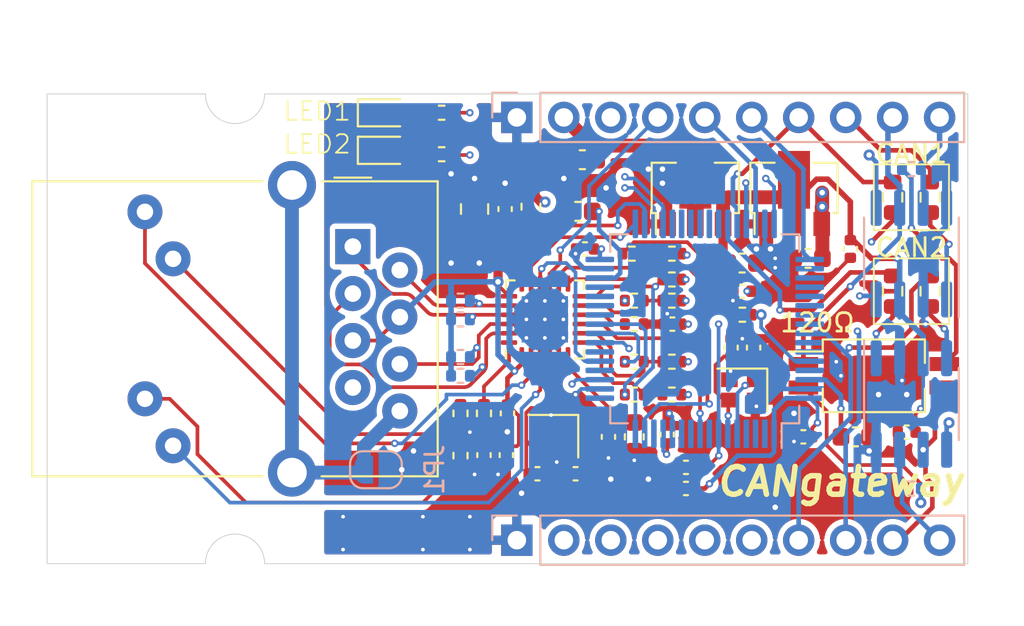
<source format=kicad_pcb>
(kicad_pcb (version 20240108) (generator "pcbnew") (generator_version "8.0")
  (layers (0 "F.Cu" signal) (1 "In1.Cu" signal) (2 "In2.Cu" signal) (31 "B.Cu" signal) (34 "B.Paste" user) (35 "F.Paste" user) (36 "B.SilkS" user "B.Silkscreen") (37 "F.SilkS" user "F.Silkscreen") (38 "B.Mask" user) (39 "F.Mask" user) (44 "Edge.Cuts" user))
  (net 0 "")
  (net 2 "Net-(U1-PH0)")
  (net 3 "GND")
  (net 4 "Net-(U1-PH1)")
  (net 5 "Net-(C4-Pad1)")
  (net 6 "+3.3V")
  (net 7 "Net-(U2-XTAL1{slash}CLKIN)")
  (net 8 "Net-(U2-XTAL2)")
  (net 9 "Net-(U2-VDDCR)")
  (net 10 "Net-(J1-RCT)")
  (net 11 "Net-(J1-TD-)")
  (net 12 "/Ethernet/LED2")
  (net 13 "Net-(JP1-A)")
  (net 14 "Net-(J1-RD+)")
  (net 15 "Net-(J1-PadL3)")
  (net 16 "/Ethernet/LED1")
  (net 17 "Net-(J1-PadL2)")
  (net 18 "Net-(J1-TD+)")
  (net 19 "Net-(J1-RD-)")
  (net 20 "/MCU/BOOT0")
  (net 21 "Net-(U2-RXD0{slash}MODE0)")
  (net 22 "Net-(U2-RXD1{slash}MODE1)")
  (net 23 "Net-(U2-CRS_DV{slash}MODE2)")
  (net 24 "/RMII_MDIO")
  (net 25 "Net-(U2-~{INT}{slash}REFCLKO)")
  (net 26 "/RMII_RXD0")
  (net 27 "/RMII_RXD1")
  (net 28 "Net-(U2-RXER{slash}PHYAD0)")
  (net 29 "/RMII_CRS_DV")
  (net 30 "/RMII_REF_CLK")
  (net 31 "Net-(U2-RBIAS)")
  (net 32 "Net-(R19-Pad1)")
  (net 33 "/CAN/CAN1_H")
  (net 34 "/CAN/CAN2_H")
  (net 35 "Net-(R20-Pad2)")
  (net 36 "/CAN/CAN2_L")
  (net 37 "/CAN/CAN1_L")
  (net 38 "/MCU/PB3")
  (net 39 "/RMII_TX_EN")
  (net 40 "/SWCLK")
  (net 41 "/MCU/PB4")
  (net 42 "/MCU/PC10")
  (net 43 "/MCU/PA15")
  (net 44 "/MCU/PC15")
  (net 45 "/MCU/PC13")
  (net 46 "/MCU/PB2")
  (net 47 "/RMII_MDC")
  (net 48 "/MCU/PB1")
  (net 49 "/MCU/PA0")
  (net 50 "/MCU/PB0")
  (net 51 "/CAN2_TD")
  (net 52 "/MCU/PA9")
  (net 53 "/MCU/PA4")
  (net 54 "/MCU/PB14")
  (net 55 "/MCU/PA3")
  (net 56 "/RMII_TXD0")
  (net 57 "/MCU/PA8")
  (net 58 "/MCU/PB8")
  (net 59 "/MCU/PB15")
  (net 60 "/SWDIO")
  (net 61 "/MCU/PC7")
  (net 62 "/MCU/PC6")
  (net 63 "/MCU/PB6")
  (net 64 "/CAN1_TD")
  (net 65 "/MCU/PA6")
  (net 66 "/MCU/PC9")
  (net 67 "/CAN2_RD")
  (net 68 "/MCU/PC3")
  (net 69 "/CAN1_RD")
  (net 70 "/MCU/PB10")
  (net 71 "/MCU/PC0")
  (net 72 "/MCU/PC12")
  (net 73 "/MCU/PC11")
  (net 74 "/MCU/PC14")
  (net 75 "/RMII_TXD1")
  (net 76 "/MCU/PB7")
  (net 77 "/MCU/PC8")
  (net 78 "/MCU/PD2")
  (net 79 "/MCU/PC2")
  (net 80 "+5V")
  (net 81 "Net-(C5-Pad1)")
  (net 82 "/Connector/VCP_RX")
  (net 83 "/Connector/VCP_TX")
  (net 87 "Net-(D1-A)")
  (net 88 "Net-(D2-A)")
  (net 89 "/Connector/VIN")
  (net 90 "/NRST")
  (net 91 "Net-(JP2-B)")
  (net 92 "Net-(JP3-B)")
  (net 93 "Net-(JP4-B)")
  (net 94 "Net-(JP5-B)")
  (footprint "Resistor_SMD:R_0402_1005Metric" (layer "F.Cu") (at 123.952 93.472 -90)
    (property "Reference" "R18" (hide yes))
    (property "Value" "270")
  )
  (footprint "Capacitor_SMD:C_0402_1005Metric" (layer "F.Cu") (at 136.144 97.536 180)
    (property "Reference" "C10" (hide yes))
    (property "Value" "0.1uF")
  )
  (footprint "Resistor_SMD:R_0402_1005Metric" (layer "F.Cu") (at 135.382 92.456 180)
    (property "Reference" "R3" (hide yes))
    (property "Value" "10K")
  )
  (footprint "Resistor_SMD:R_0402_1005Metric" (layer "F.Cu") (at 135.384 84.836 180)
    (property "Reference" "R6" (hide yes))
    (property "Value" "10K")
  )
  (footprint "Connector_RJ:RJ45_Amphenol_RJMG1BD3B8K1ANR" (layer "F.Cu") (at 118.13 84.455 -90)
    (property "Reference" "J1" (hide yes))
    (property "Value" "RJ45_Amphenol_RJMG1BD3B8K1ANR")
  )
  (footprint "Resistor_SMD:R_0402_1005Metric" (layer "F.Cu") (at 125.222 93.472 -90)
    (property "Reference" "R16" (hide yes))
    (property "Value" "12.1k")
  )
  (footprint "Crystal:Crystal_SMD_2016-4Pin_2.0x1.6mm" (layer "F.Cu") (at 139.192 92.202 180)
    (property "Reference" "Y1" (hide yes))
    (property "Value" "24MHz")
  )
  (footprint "Capacitor_SMD:C_0603_1608Metric" (layer "F.Cu") (at 139.179 85.344)
    (property "Reference" "C22" (hide yes))
    (property "Value" "4.7uF")
  )
  (footprint "Capacitor_SMD:C_0402_1005Metric" (layer "F.Cu") (at 126.492 93.472 -90)
    (property "Reference" "C19" (hide yes))
    (property "Value" "0.1uF")
  )
  (footprint "Package_TO_SOT_SMD:SOT-89-3" (layer "F.Cu") (at 141.986 81.28 90)
    (property "Reference" "U5" (hide yes))
    (property "Value" "ME6119A33PG")
  )
  (footprint "Resistor_SMD:R_0402_1005Metric" (layer "F.Cu") (at 139.194 88.138 180)
    (property "Reference" "R1" (hide yes))
    (property "Value" "10k")
  )
  (footprint "Resistor_SMD:R_0402_1005Metric" (layer "F.Cu") (at 122.936 79.46 180)
    (property "Reference" "R22" (hide yes))
    (property "Value" "2.4k")
  )
  (footprint "Capacitor_SMD:C_0402_1005Metric" (layer "F.Cu") (at 135.41 88.646 180)
    (property "Reference" "C16" (hide yes))
    (property "Value" "0.1uF")
  )
  (footprint "Capacitor_SMD:C_0402_1005Metric" (layer "F.Cu") (at 126.43 95.73 -90)
    (property "Reference" "C20" (hide yes))
    (property "Value" "0.1uF")
  )
  (footprint "LED_SMD:LED_0603_1608Metric" (layer "F.Cu") (at 119.888 77.216)
    (property "Reference" "D1" (hide yes))
    (property "Value" "LED")
  )
  (footprint "Capacitor_SMD:C_0402_1005Metric" (layer "F.Cu") (at 139.8016 89.916 90)
    (property "Reference" "C1" (hide yes))
    (property "Value" "6pF")
  )
  (footprint "Resistor_SMD:R_0402_1005Metric" (layer "F.Cu") (at 133.35 88.646 180)
    (property "Reference" "R9" (hide yes))
    (property "Value" "33")
  )
  (footprint "Resistor_SMD:R_0603_1608Metric" (layer "F.Cu") (at 147.32 81.788 -90)
    (property "Reference" "JP3" (hide yes))
    (property "Value" "Jumper_2_Bridged")
  )
  (footprint "Package_DFN_QFN:VQFN-24-1EP_4x4mm_P0.5mm_EP2.5x2.5mm_ThermalVias" (layer "F.Cu") (at 128.516 88.392 90)
    (property "Reference" "U2" (hide yes))
    (property "Value" "LAN8742A")
  )
  (footprint "Capacitor_SMD:C_0603_1608Metric" (layer "F.Cu") (at 130.543 79.756 180)
    (property "Reference" "C24" (hide yes))
    (property "Value" "1uF")
  )
  (footprint "Capacitor_SMD:C_0603_1608Metric" (layer "F.Cu") (at 145.301 94.742)
    (property "Reference" "C5" (hide yes))
    (property "Value" "2.2uF")
  )
  (footprint "Resistor_SMD:R_0603_1608Metric" (layer "F.Cu") (at 149.352 86.868 -90)
    (property "Reference" "JP5" (hide yes))
    (property "Value" "Jumper_2_Bridged")
  )
  (footprint "Capacitor_SMD:C_0402_1005Metric" (layer "F.Cu") (at 145.034 84.582 -90)
    (property "Reference" "C11" (hide yes))
    (property "Value" "0.1uF")
  )
  (footprint "Capacitor_SMD:C_0603_1608Metric" (layer "F.Cu") (at 130.302 82.55 180)
    (property "Reference" "C4" (hide yes))
    (property "Value" "2.2uF")
  )
  (footprint "Resistor_SMD:R_0402_1005Metric" (layer "F.Cu") (at 133.35 90.678 180)
    (property "Reference" "R7" (hide yes))
    (property "Value" "33")
  )
  (footprint "Package_TO_SOT_SMD:SOT-89-3" (layer "F.Cu") (at 136.652 81.28 90)
    (property "Reference" "U7" (hide yes))
    (property "Value" "ME6210A50PG")
  )
  (footprint "Resistor_SMD:R_0402_1005Metric" (layer "F.Cu") (at 135.382 90.678 180)
    (property "Reference" "R2" (hide yes))
    (property "Value" "10K")
  )
  (footprint "Capacitor_SMD:C_0603_1608Metric" (layer "F.Cu") (at 133.35 94.742 -90)
    (property "Reference" "C15" (hide yes))
    (property "Value" "1uF")
  )
  (footprint "Resistor_SMD:R_0603_1608Metric" (layer "F.Cu") (at 147.32 86.868 -90)
    (property "Reference" "JP4" (hide yes))
    (property "Value" "Jumper_2_Bridged")
  )
  (footprint "Resistor_SMD:R_0402_1005Metric" (layer "F.Cu") (at 133.35 92.456 180)
    (property "Reference" "R8" (hide yes))
    (property "Value" "33")
  )
  (footprint "Capacitor_SMD:C_0805_2012Metric" (layer "F.Cu") (at 124.714 82.423 90)
    (property "Reference" "C17" (hide yes))
    (property "Value" "10uF")
  )
  (footprint "Capacitor_SMD:C_0402_1005Metric" (layer "F.Cu") (at 126.365 82.423 90)
    (property "Reference" "C18" (hide yes))
    (property "Value" "0.1uF")
  )
  (footprint "Capacitor_SMD:C_0603_1608Metric" (layer "F.Cu") (at 142.748 85.09 180)
    (property "Reference" "C23" (hide yes))
    (property "Value" "4.7uF")
  )
  (footprint "Crystal:Crystal_SMD_2016-4Pin_2.0x1.6mm" (layer "F.Cu") (at 128.97 94.707098 180)
    (property "Reference" "Y2" (hide yes))
    (property "Value" "25MHz")
  )
  (footprint "Capacitor_SMD:C_0402_1005Metric" (layer "F.Cu") (at 135.128 94.615 90)
    (property "Reference" "C8" (hide yes))
    (property "Value" "0.1uF")
  )
  (footprint "Inductor_SMD:L_0603_1608Metric" (layer "F.Cu") (at 127.762 82.296 -90)
    (property "Reference" "L1" (hide yes))
    (property "Value" "600R@100MHz")
  )
  (footprint "Resistor_SMD:R_0402_1005Metric" (layer "F.Cu") (at 135.382 86.233 180)
    (property "Reference" "R5" (hide yes))
    (property "Value" "10K")
  )
  (footprint "Resistor_SMD:R_0402_1005Metric" (layer "F.Cu") (at 123.952 95.758 90)
    (property "Reference" "R17" (hide yes))
    (property "Value" "270")
  )
  (footprint "Button_Switch_SMD:SW_DIP_SPSTx02_Slide_Copal_CHS-02B_W7.62mm_P1.27mm" (layer "F.Cu") (at 146.304 91.44)
    (property "Reference" "SW1" (hide yes))
    (property "Value" "SW_DIP_x02")
  )
  (footprint "Capacitor_SMD:C_0402_1005Metric" (layer "F.Cu") (at 131.953 94.742 -90)
    (property "Reference" "C14" (hide yes))
    (property "Value" "470pF")
  )
  (footprint "Capacitor_SMD:C_0402_1005Metric" (layer "F.Cu") (at 139.192 86.868 180)
    (property "Reference" "C7" (hide yes))
    (property "Value" "0.1uF")
  )
  (footprint "Capacitor_SMD:C_0402_1005Metric" (layer "F.Cu") (at 128.115 96.739098 180)
    (property "Reference" "C13" (hide yes))
    (property "Value" "6pF")
  )
  (footprint "Capacitor_SMD:C_0402_1005Metric" (layer "F.Cu") (at 130.683 84.582 180)
    (property "Reference" "C6" (hide yes))
    (property "Value" "0.1uF")
  )
  (footprint "Resistor_SMD:R_0603_1608Metric" (layer "F.Cu") (at 149.352 81.788 -90)
    (property "Reference" "JP2" (hide yes))
    (property "Value" "Jumper_2_Bridged")
  )
  (footprint "Capacitor_SMD:C_0402_1005Metric" (layer "F.Cu") (at 136.144 96.393 180)
    (property "Reference" "C3" (hide yes))
    (property "Value" "0.1uF")
  )
  (footprint "Resistor_SMD:R_0402_1005Metric" (layer "F.Cu") (at 135.382 87.376 180)
    (property "Reference" "R4" (hide yes))
    (property "Value" "10K")
  )
  (footprint "Capacitor_SMD:C_0402_1005Metric" (layer "F.Cu") (at 138.5824 89.916 -90)
    (property "Reference" "C2" (hide yes))
    (property "Value" "6pF")
  )
  (footprint "Resistor_SMD:R_0402_1005Metric" (layer "F.Cu") (at 133.35 87.376)
    (property "Reference" "R10" (hide yes))
    (property "Value" "33")
  )
  (footprint "LED_SMD:LED_0603_1608Metric" (layer "F.Cu") (at 119.888 79.248)
    (property "Reference" "D2" (hide yes))
    (property "Value" "LED")
  )
  (footprint "Capacitor_SMD:C_0402_1005Metric" (layer "F.Cu") (at 130.175 96.739098 180)
    (property "Reference" "C12" (hide yes))
    (property "Value" "6pF")
  )
  (footprint "Capacitor_SMD:C_0402_1005Metric" (layer "F.Cu") (at 148.082 94.488 180)
    (property "Reference" "C25" (hide yes))
    (property "Value" "0.1uF")
  )
  (footprint "Resistor_SMD:R_0402_1005Metric" (layer "F.Cu") (at 122.934 77.216 180)
    (property "Reference" "R21" (hide yes))
    (property "Value" "2.4k")
  )
  (footprint "Resistor_SMD:R_0402_1005Metric" (layer "F.Cu") (at 133.223 84.836)
    (property "Reference" "R11" (hide yes))
    (property "Value" "33")
  )
  (footprint "Capacitor_SMD:C_0402_1005Metric" (layer "F.Cu") (at 142.494 94.742 180)
    (property "Reference" "C9" (hide yes))
    (property "Value" "0.1uF")
  )
  (footprint "Capacitor_SMD:C_0402_1005Metric" (layer "F.Cu") (at 125.222 95.73 -90)
    (property "Reference" "C21" (hide yes))
    (property "Value" "0.1uF")
  )
  (footprint "Connector_PinHeader_2.54mm:PinHeader_1x10_P2.54mm_Vertical" (layer "B.Cu") (at 127 100.33 -90)
    (property "Reference" "J3" (hide yes))
    (property "Value" "Conn_01x10")
  )
  (footprint "Package_SO:SOIC-8_3.9x4.9mm_P1.27mm" (layer "B.Cu") (at 148.336 92.964 -90)
    (property "Reference" "U4" (hide yes))
    (property "Value" "MCP2562-E-SN")
  )
  (footprint "Package_SO:SOIC-8_3.9x4.9mm_P1.27mm" (layer "B.Cu") (at 148.336 84.836 90)
    (property "Reference" "U3" (hide yes))
    (property "Value" "MCP2562-E-SN")
  )
  (footprint "Resistor_SMD:R_0402_1005Metric" (layer "B.Cu") (at 123.952 88.392)
    (property "Reference" "R12" (hide yes))
    (property "Value" "49.9")
  )
  (footprint "Jumper:SolderJumper-2_P1.3mm_Open_RoundedPad1.0x1.5mm" (layer "B.Cu") (at 119.38 96.52)
    (property "Reference" "JP1")
    (property "Value" "SolderJumper_2_Open")
  )
  (footprint "Resistor_SMD:R_0402_1005Metric" (layer "B.Cu") (at 148.336 97.536)
    (property "Reference" "R20" (hide yes))
    (property "Value" "120")
  )
  (footprint "Resistor_SMD:R_0402_1005Metric" (layer "B.Cu") (at 123.952 87.376)
    (property "Reference" "R13" (hide yes))
    (property "Value" "49.9")
  )
  (footprint "Resistor_SMD:R_0402_1005Metric" (layer "B.Cu") (at 148.336 80.264)
    (property "Reference" "R19" (hide yes))
    (property "Value" "120")
  )
  (footprint "Package_QFP:LQFP-64_10x10mm_P0.5mm" (layer "B.Cu") (at 137.16 88.9 90)
    (property "Reference" "U1" (hide yes))
    (property "Value" "STM32H563RGTx")
  )
  (footprint "Resistor_SMD:R_0402_1005Metric" (layer "B.Cu") (at 123.952 91.44)
    (property "Reference" "R14" (hide yes))
    (property "Value" "49.9")
  )
  (footprint "Connector_PinHeader_2.54mm:PinHeader_1x10_P2.54mm_Vertical" (layer "B.Cu") (at 127 77.47 -90)
    (property "Reference" "J4" (hide yes))
    (property "Value" "Conn_01x10")
  )
  (footprint "Resistor_SMD:R_0402_1005Metric" (layer "B.Cu") (at 123.952 90.424)
    (property "Reference" "R15" (hide yes))
    (property "Value" "49.9")
  )
  (gr_rect (start 146.304 85.09) (end 150.368 88.646) (stroke (width 0.1)) (fill none) (layer "F.SilkS"))
  (gr_rect (start 146.304 80.01) (end 150.368 83.566) (stroke (width 0.1)) (fill none) (layer "F.SilkS"))
  (gr_line (start 151.384 101.6) (end 113.36 101.6) (stroke (width 0.05)) (layer "Edge.Cuts"))
  (gr_arc (start 113.36 76.2) (mid 111.76 77.8) (end 110.16 76.2) (stroke (width 0.05)) (layer "Edge.Cuts"))
  (gr_arc (start 110.16 101.6) (mid 111.76 100) (end 113.36 101.6) (stroke (width 0.05)) (layer "Edge.Cuts"))
  (gr_line (start 110.16 76.2) (end 101.6 76.2) (stroke (width 0.05)) (layer "Edge.Cuts"))
  (gr_line (start 151.384 76.2) (end 151.384 101.6) (stroke (width 0.05)) (layer "Edge.Cuts"))
  (gr_line (start 110.16 101.6) (end 101.6 101.6) (stroke (width 0.05)) (layer "Edge.Cuts"))
  (gr_line (start 113.36 76.2) (end 151.384 76.2) (stroke (width 0.05)) (layer "Edge.Cuts"))
  (gr_line (start 101.6 101.6) (end 101.6 76.2) (stroke (width 0.05)) (layer "Edge.Cuts"))
  (gr_text "LED2" (at 114.3 79.502 0) (layer "F.SilkS") (effects (font (size 1 1) (thickness 0.1)) (justify left bottom)))
  (gr_text "LED1" (at 114.3 77.724 0) (layer "F.SilkS") (effects (font (size 1 1) (thickness 0.1)) (justify left bottom)))
  (gr_text "CANgateway" (at 137.668 98.044 0) (layer "F.SilkS") (effects (font (size 1.5 1.5) (thickness 0.3) (bold yes) (italic yes)) (justify left bottom)))
  (gr_text "CAN1" (at 148.336 80.01 0) (layer "F.SilkS") (effects (font (size 1 1)) (justify bottom)))
  (gr_text "CAN2" (at 148.336 85.09 0) (layer "F.SilkS") (effects (font (size 1 1)) (justify bottom)))
  (gr_text "120Ω" (at 143.256 89.154 0) (layer "F.SilkS") (effects (font (size 1 1)) (justify bottom)))
  (segment (start 139.5793 91.9647) (end 139.892 91.652) (width 0.2) (layer "F.Cu") (net 2))
  (segment (start 139.8016 91.5616) (end 139.892 91.652) (width 0.2) (layer "F.Cu") (net 2))
  (segment (start 139.342001 91.9647) (end 139.5793 91.9647) (width 0.2) (layer "F.Cu") (net 2))
  (segment (start 139.8016 90.396) (end 139.8016 91.5616) (width 0.2) (layer "F.Cu") (net 2))
  (via (at 139.342001 91.9647) (size 0.4) (drill 0.2) (layers "F.Cu" "B.Cu") (net 2))
  (segment (start 138.93 94.555) (end 138.91 94.575) (width 0.2) (layer "B.Cu") (net 2))
  (segment (start 139.342001 91.9647) (end 138.93 92.376701) (width 0.2) (layer "B.Cu") (net 2))
  (segment (start 138.93 92.376701) (end 138.93 94.555) (width 0.2) (layer "B.Cu") (net 2))
  (segment (start 142.014 94.742) (end 142.014 94.968) (width 0.2) (layer "F.Cu") (net 3))
  (segment (start 124.26 95.248) (end 125.222 96.21) (width 0.2) (layer "F.Cu") (net 3))
  (segment (start 129.67 95.257098) (end 129.67 95.593098) (width 0.2) (layer "F.Cu") (net 3))
  (segment (start 126.365 81.943) (end 126.365 81.026) (width 0.5) (layer "F.Cu") (net 3))
  (segment (start 140.486 83.23) (end 140.486 84.812) (width 0.75) (layer "F.Cu") (net 3))
  (segment (start 123.952 95.248) (end 124.26 95.248) (width 0.2) (layer "F.Cu") (net 3))
  (segment (start 140.208 85.09) (end 139.954 85.344) (width 0.75) (layer "F.Cu") (net 3))
  (segment (start 124.714 81.473) (end 124.714 80.772) (width 0.5) (layer "F.Cu") (net 3))
  (segment (start 142.014 94.968) (end 141.986 94.996) (width 0.2) (layer "F.Cu") (net 3))
  (segment (start 129.159 96.104098) (end 129.159 96.612098) (width 0.2) (layer "F.Cu") (net 3))
  (segment (start 129.159 96.612098) (end 129.032 96.739098) (width 0.2) (layer "F.Cu") (net 3))
  (segment (start 138.712 88.11) (end 138.684 88.138) (width 0.5) (layer "F.Cu") (net 3))
  (segment (start 139.982 93.119) (end 139.954 93.091) (width 0.2) (layer "F.Cu") (net 3))
  (segment (start 138.492 91.251) (end 138.557 91.186) (width 0.2) (layer "F.Cu") (net 3))
  (segment (start 130.203 84.582) (end 130.203 84.808) (width 0.25) (layer "F.Cu") (net 3))
  (segment (start 146.05 94.768) (end 146.076 94.742) (width 0.2) (layer "F.Cu") (net 3))
  (segment (start 140.97 85.09) (end 140.97 85.598) (width 0.75) (layer "F.Cu") (net 3))
  (segment (start 125.895 81.473) (end 126.365 81.943) (width 0.5) (layer "F.Cu") (net 3))
  (segment (start 125.222 93.982) (end 123.952 93.982) (width 0.2) (layer "F.Cu") (net 3))
  (segment (start 134.93 88.646) (end 133.86 88.646) (width 0.25) (layer "F.Cu") (net 3))
  (segment (start 140.486 84.812) (end 139.954 85.344) (width 0.75) (layer "F.Cu") (net 3))
  (segment (start 134.93 88.646) (end 134.93 88.283633) (width 0.2) (layer "F.Cu") (net 3))
  (segment (start 142.494 86.36) (end 141.973 85.839) (width 0.2) (layer "F.Cu") (net 3))
  (segment (start 135.664 96.393) (end 135.664 97.536) (width 0.25) (layer "F.Cu") (net 3))
  (segment (start 139.892 92.752) (end 139.892 93.029) (width 0.2) (layer "F.Cu") (net 3))
  (segment (start 128.595 96.739098) (end 129.032 96.739098) (width 0.2) (layer "F.Cu") (net 3))
  (segment (start 135.238779 94.024221) (end 135.128 94.135) (width 0.2) (layer "F.Cu") (net 3))
  (segment (start 135.238779 93.473292) (end 135.238779 94.024221) (width 0.2) (layer "F.Cu") (net 3))
  (segment (start 141.973 85.09) (end 140.97 85.09) (width 0.75) (layer "F.Cu") (net 3))
  (segment (start 138.684 87.376) (end 138.712 87.404) (width 0.5) (layer "F.Cu") (net 3))
  (segment (start 129.032 96.739098) (end 129.695 96.739098) (width 0.2) (layer "F.Cu") (net 3))
  (segment (start 140.97 85.598) (end 140.208 85.09) (width 0.75) (layer "F.Cu") (net 3))
  (segment (start 126.492 94.131077) (end 126.485276 94.137801) (width 0.25) (layer "F.Cu") (net 3))
  (segment (start 138.712 87.404) (end 138.712 88.11) (width 0.5) (layer "F.Cu") (net 3))
  (segment (start 138.492 91.652) (end 138.492 91.251) (width 0.2) (layer "F.Cu") (net 3))
  (segment (start 145.034 85.062) (end 143.736 86.36) (width 0.2) (layer "F.Cu") (net 3))
  (segment (start 143.736 86.36) (end 142.494 86.36) (width 0.2) (layer "F.Cu") (net 3))
  (segment (start 146.05 95.504) (end 146.05 94.768) (width 0.2) (layer "F.Cu") (net 3))
  (segment (start 133.35 95.517) (end 133.35 96.012) (width 0.2) (layer "F.Cu") (net 3))
  (segment (start 139.892 93.029) (end 139.954 93.091) (width 0.2) (layer "F.Cu") (net 3))
  (segment (start 141.973 85.839) (end 141.973 85.09) (width 0.2) (layer "F.Cu") (net 3))
  (segment (start 128.27 94.141885) (end 128.847771 93.564114) (width 0.2) (layer "F.Cu") (net 3))
  (segment (start 126.462 93.982) (end 126.492 93.952) (width 0.25) (layer "F.Cu") (net 3))
  (segment (start 130.203 84.808) (end 130.175 84.836) (width 0.25) (layer "F.Cu") (net 3))
  (segment (start 134.93 88.283633) (end 135.13202 88.081613) (width 0.2) (layer "F.Cu") (net 3))
  (segment (start 138.712 87.348) (end 138.684 87.376) (width 0.5) (layer "F.Cu") (net 3))
  (segment (start 128.27 94.157098) (end 128.27 94.141885) (width 0.2) (layer "F.Cu") (net 3))
  (segment (start 129.67 95.593098) (end 129.159 96.104098) (width 0.2) (layer "F.Cu") (net 3))
  (segment (start 126.485276 94.137801) (end 126.485276 94.47) (width 0.25) (layer "F.Cu") (net 3))
  (segment (start 123.952 95.248) (end 123.952 93.982) (width 0.2) (layer "F.Cu") (net 3))
  (segment (start 125.222 93.982) (end 126.462 93.982) (width 0.25) (layer "F.Cu") (net 3))
  (segment (start 124.714 81.473) (end 125.895 81.473) (width 0.5) (layer "F.Cu") (net 3))
  (segment (start 126.492 93.952) (end 126.492 94.512077) (width 0.25) (layer "F.Cu") (net 3))
  (segment (start 126.43 96.21) (end 125.222 96.21) (width 0.2) (layer "F.Cu") (net 3))
  (segment (start 138.5824 89.436) (end 139.8016 89.436) (width 0.2) (layer "F.Cu") (net 3))
  (segment (start 138.712 86.868) (end 138.712 87.348) (width 0.5) (layer "F.Cu") (net 3))
  (segment (start 131.953 95.222) (end 131.953 95.885) (width 0.2) (layer "F.Cu") (net 3))
  (via (at 129.159 96.104098) (size 0.4) (drill 0.2) (layers "F.Cu" "B.Cu") (net 3))
  (via (at 124.46 94.488) (size 0.4) (drill 0.2) (layers "F.Cu" "B.Cu") (net 3))
  (via (at 134.874 80.264) (size 0.6) (drill 0.3) (layers "F.Cu" "B.Cu") (net 3))
  (via (at 141.986 94.996) (size 0.4) (drill 0.2) (layers "F.Cu" "B.Cu") (net 3))
  (via (at 121.92 99.06) (size 0.4) (drill 0.2) (layers "F.Cu" "B.Cu") (net 3))
  (via (at 121.412 95.504) (size 0.6) (drill 0.3) (layers "F.Cu" "B.Cu") (net 3))
  (via (at 144.272 90.678) (size 0.4) (drill 0.2) (layers "F.Cu" "B.Cu") (net 3))
  (via (at 124.46 100.838) (size 0.4) (drill 0.2) (layers "F.Cu" "B.Cu") (net 3))
  (via (at 139.954 93.091) (size 0.4) (drill 0.2) (layers "F.Cu" "B.Cu") (net 3))
  (via (at 128.847771 93.564114) (size 0.4) (drill 0.2) (layers "F.Cu" "B.Cu") (net 3))
  (via (at 123.444 85.344) (size 0.6) (drill 0.3) (layers "F.Cu" "B.Cu") (net 3))
  (via (at 125.984 96.774) (size 0.4) (drill 0.2) (layers "F.Cu" "B.Cu") (net 3))
  (via (at 135.238779 93.473292) (size 0.4) (drill 0.2) (layers "F.Cu" "B.Cu") (net 3))
  (via (at 140.97 85.598) (size 0.4) (drill 0.2) (layers "F.Cu" "B.Cu") (net 3))
  (via (at 131.826 81.28) (size 0.6) (drill 0.3) (layers "F.Cu" "B.Cu") (net 3))
  (via (at 141.986 93.472) (size 0.6) (drill 0.3) (layers "F.Cu" "B.Cu") (net 3))
  (via (at 134.874 81.026) (size 0.6) (drill 0.3) (layers "F.Cu" "B.Cu") (net 3))
  (via (at 139.954 84.582) (size 0.6) (drill 0.3) (layers "F.Cu" "B.Cu") (net 3))
  (via (at 129.54 80.772) (size 0.6) (drill 0.3) (layers "F.Cu" "B.Cu") (net 3))
  (via (at 117.602 99.06) (size 0.4) (drill 0.2) (layers "F.Cu" "B.Cu") (net 3))
  (via (at 134.112 97.028) (size 0.6) (drill 0.3) (layers "F.Cu" "B.Cu") (net 3))
  (via (at 146.558 92.456) (size 0.6) (drill 0.3) (layers "F.Cu" "B.Cu") (net 3))
  (via (at 124.46 99.06) (size 0.4) (drill 0.2) (layers "F.Cu" "B.Cu") (net 3))
  (via (at 148.082 92.456) (size 0.6) (drill 0.3) (layers "F.Cu" "B.Cu") (net 3))
  (via (at 121.92 100.838) (size 0.4) (drill 0.2) (layers "F.Cu" "B.Cu") (net 3))
  (via (at 117.602 100.838) (size 0.4) (drill 0.2) (layers "F.Cu" "B.Cu") (net 3))
  (via (at 138.684 87.376) (size 0.4) (drill 0.2) (layers "F.Cu" "B.Cu") (net 3))
  (via (at 120.777 96.52) (size 0.6) (drill 0.3) (layers "F.Cu" "B.Cu") (net 3))
  (via (at 124.714 80.772) (size 0.6) (drill 0.3) (layers "F.Cu" "B.Cu") (net 3))
  (via (at 133.35 96.012) (size 0.4) (drill 0.2) (layers "F.Cu" "B.Cu") (net 3))
  (via (at 126.485276 94.47) (size 0.6) (drill 0.3) (layers "F.Cu" "B.Cu") (net 3))
  (via (at 138.557 91.186) (size 0.4) (drill 0.2) (layers "F.Cu" "B.Cu") (net 3))
  (via (at 131.953 95.885) (size 0.4) (drill 0.2) (layers "F.Cu" "B.Cu") (net 3))
  (via (at 144.526 91.44) (size 0.4) (drill 0.2) (layers "F.Cu" "B.Cu") (net 3))
  (via (at 134.112 80.264) (size 0.6) (drill 0.3) (layers "F.Cu" "B.Cu") (net 3))
  (via (at 124.968 85.344) (size 0.6) (drill 0.3) (layers "F.Cu" "B.Cu") (net 3))
  (via (at 123.444 80.518) (size 0.6) (drill 0.3) (layers "F.Cu" "B.Cu") (net 3))
  (via (at 146.05 95.504) (size 0.6) (drill 0.3) (layers "F.Cu" "B.Cu") (net 3))
  (via (at 140.97 98.552) (size 0.6) (drill 0.3) (layers "F.Cu" "B.Cu") (net 3))
  (via (at 130.175 84.836) (size 0.4) (drill 0.2) (layers "F.Cu" "B.Cu") (net 3))
  (via (at 127.254 97.79) (size 0.6) (drill 0.3) (layers "F.Cu" "B.Cu") (net 3))
  (via (at 147.828 91.694) (size 0.4) (drill 0.2) (layers "F.Cu" "B.Cu") (net 3))
  (via (at 132.08 97.028) (size 0.6) (drill 0.3) (layers "F.Cu" "B.Cu") (net 3))
  (via (at 140.716 84.582) (size 0.6) (drill 0.3) (layers "F.Cu" "B.Cu") (net 3))
  (via (at 149.098 88.646) (size 0.4) (drill 0.2) (layers "F.Cu" "B.Cu") (net 3))
  (via (at 139.192 89.436) (size 0.4) (drill 0.2) (layers "F.Cu" "B.Cu") (net 3))
  (via (at 130.175 92.456) (size 0.4) (drill 0.2) (layers "F.Cu" "B.Cu") (net 3))
  (via (at 140.97 85.09) (size 0.4) (drill 0.2) (layers "F.Cu" "B.Cu") (net 3))
  (via (at 135.13202 88.081613) (size 0.4) (drill 0.2) (layers "F.Cu" "B.Cu") (net 3))
  (via (at 126.365 81.026) (size 0.6) (drill 0.3) (layers "F.Cu" "B.Cu") (net 3))
  (via (at 124.714 96.774) (size 0.4) (drill 0.2) (layers "F.Cu" "B.Cu") (net 3))
  (segment (start 148.971 87.311) (end 148.971 88.519) (width 0.25) (layer "B.Cu") (net 3))
  (segment (start 150.241 83.335999) (end 148.971 84.605999) (width 0.3) (layer "B.Cu") (net 3))
  (segment (start 130.481 92.15) (end 130.175 92.456) (width 0.2) (layer "B.Cu") (net 3))
  (segment (start 146.115 95.439) (end 146.05 95.504) (width 0.2) (layer "B.Cu") (net 3))
  (segment (start 142.835 92.15) (end 140.895 92.15) (width 0.25) (layer "B.Cu") (net 3))
  (segment (start 147.701 90.489) (end 147.701 91.567) (width 0.25) (layer "B.Cu") (net 3))
  (segment (start 148.971 88.519) (end 149.098 88.646) (width 0.25) (layer "B.Cu") (net 3))
  (segment (start 140.895 92.15) (end 139.954 93.091) (width 0.25) (layer "B.Cu") (net 3))
  (segment (start 130.642236 85.65) (end 130.175 85.182764) (width 0.25) (layer "B.Cu") (net 3))
  (segment (start 120.03 96.52) (end 120.777 96.52) (width 0.5) (layer "B.Cu") (net 3))
  (segment (start 147.701 91.567) (end 147.828 91.694) (width 0.25) (layer "B.Cu") (net 3))
  (segment (start 150.241 82.361) (end 150.241 83.335999) (width 0.3) (layer "B.Cu") (net 3))
  (segment (start 140.41 83.225) (end 140.41 84.276) (width 0.2) (layer "B.Cu") (net 3))
  (segment (start 130.175 85.182764) (end 130.175 84.836) (width 0.25) (layer "B.Cu") (net 3))
  (segment (start 146.431 95.439) (end 146.115 95.439) (width 0.2) (layer "B.Cu") (net 3))
  (segment (start 131.485 92.15) (end 130.481 92.15) (width 0.2) (layer "B.Cu") (net 3))
  (segment (start 135.41 93.644513) (end 135.238779 93.473292) (width 0.2) (layer "B.Cu") (net 3))
  (segment (start 139.954 84.582) (end 140.716 84.582) (width 0.2) (layer "B.Cu") (net 3))
  (segment (start 135.41 94.575) (end 135.41 93.644513) (width 0.2) (layer "B.Cu") (net 3))
  (segment (start 140.41 84.276) (end 140.716 84.582) (width 0.2) (layer "B.Cu") (net 3))
  (segment (start 148.971 84.605999) (end 148.971 87.311) (width 0.3) (layer "B.Cu") (net 3))
  (segment (start 131.485 85.65) (end 130.642236 85.65) (width 0.25) (layer "B.Cu") (net 3))
  (segment (start 138.204 90.396) (end 137.742 90.858) (width 0.2) (layer "F.Cu") (net 4))
  (segment (start 138.43 92.814) (end 138.492 92.752) (width 0.2) (layer "F.Cu") (net 4))
  (segment (start 138.5824 90.396) (end 138.204 90.396) (width 0.2) (layer "F.Cu") (net 4))
  (segment (start 138.43 93.599) (end 138.43 92.814) (width 0.2) (layer "F.Cu") (net 4))
  (segment (start 137.742 90.858) (end 137.742 92.288) (width 0.2) (layer "F.Cu") (net 4))
  (segment (start 137.742 92.288) (end 138.206 92.752) (width 0.2) (layer "F.Cu") (net 4))
  (segment (start 138.206 92.752) (end 138.492 92.752) (width 0.2) (layer "F.Cu") (net 4))
  (segment (start 138.45 92.71) (end 138.176 92.71) (width 0.2) (layer "F.Cu") (net 4))
  (segment (start 138.492 92.752) (end 138.45 92.71) (width 0.2) (layer "F.Cu") (net 4))
  (via (at 138.43 93.599) (size 0.4) (drill 0.2) (layers "F.Cu" "B.Cu") (net 4))
  (segment (start 138.41 93.619) (end 138.43 93.599) (width 0.2) (layer "B.Cu") (net 4))
  (segment (start 138.41 94.575) (end 138.41 93.619) (width 0.2) (layer "B.Cu") (net 4))
  (segment (start 131.077 82.55) (end 131.445 82.55) (width 0.25) (layer "F.Cu") (net 5))
  (via (at 131.445 82.55) (size 0.4) (drill 0.2) (layers "F.Cu" "B.Cu") (net 5))
  (segment (start 132.588 84.689463) (end 132.588 85.889764) (width 0.25) (layer "B.Cu") (net 5))
  (segment (start 131.445 82.55) (end 131.445 83.546463) (width 0.25) (layer "B.Cu") (net 5))
  (segment (start 132.327764 86.15) (end 131.485 86.15) (width 0.25) (layer "B.Cu") (net 5))
  (segment (start 132.588 85.889764) (end 132.327764 86.15) (width 0.25) (layer "B.Cu") (net 5))
  (segment (start 131.445 83.546463) (end 132.588 84.689463) (width 0.25) (layer "B.Cu") (net 5))
  (segment (start 135.892 86.233) (end 136.144 86.233) (width 0.2) (layer "F.Cu") (net 6))
  (segment (start 131.163 84.582) (end 131.572 84.582) (width 0.25) (layer "F.Cu") (net 6))
  (segment (start 143.486 83.23) (end 143.486 82.32) (width 0.75) (layer "F.Cu") (net 6))
  (segment (start 128.524 82.042) (end 128.2955 82.042) (width 0.5) (layer "F.Cu") (net 6))
  (segment (start 128.2955 82.042) (end 127.762 81.5085) (width 0.5) (layer "F.Cu") (net 6))
  (segment (start 143.523 85.09) (end 143.523 83.267) (width 0.75) (layer "F.Cu") (net 6))
  (segment (start 143.523 83.267) (end 143.486 83.23) (width 0.75) (layer "F.Cu") (net 6))
  (segment (start 136.125816 84.836) (end 136.198408 84.908592) (width 0.2) (layer "F.Cu") (net 6))
  (segment (start 135.892 92.456) (end 136.271 92.456) (width 0.2) (layer "F.Cu") (net 6))
  (segment (start 135.382 89.408) (end 132.409076 89.408) (width 0.2) (layer "F.Cu") (net 6))
  (segment (start 135.894 84.836) (end 136.125816 84.836) (width 0.2) (layer "F.Cu") (net 6))
  (segment (start 136.144 88.646) (end 135.382 89.408) (width 0.2) (layer "F.Cu") (net 6))
  (segment (start 131.643076 88.642) (end 130.4535 88.642) (width 0.2) (layer "F.Cu") (net 6))
  (segment (start 142.974 94.262) (end 143.256 93.98) (width 0.2) (layer "F.Cu") (net 6))
  (segment (start 137.16 97.536) (end 137.414 97.282) (width 0.25) (layer "F.Cu") (net 6))
  (segment (start 143.51 82.296) (end 143.51 81.534) (width 0.75) (layer "F.Cu") (net 6))
  (segment (start 135.128 95.095) (end 135.128 95.65143) (width 0.2) (layer "F.Cu") (net 6))
  (segment (start 136.624 97.536) (end 137.16 97.536) (width 0.25) (layer "F.Cu") (net 6))
  (segment (start 136.271 88.646) (end 136.144 88.646) (width 0.2) (layer "F.Cu") (net 6))
  (segment (start 132.409076 89.408) (end 131.643076 88.642) (width 0.2) (layer "F.Cu") (net 6))
  (segment (start 142.974 94.742) (end 142.974 94.262) (width 0.2) (layer "F.Cu") (net 6))
  (segment (start 135.128 95.65143) (end 135.094257 95.685173) (width 0.2) (layer "F.Cu") (net 6))
  (segment (start 135.892 90.678) (end 136.271 90.678) (width 0.2) (layer "F.Cu") (net 6))
  (segment (start 143.486 82.32) (end 143.51 82.296) (width 0.75) (layer "F.Cu") (net 6))
  (segment (start 135.892 87.376) (end 136.144 87.376) (width 0.2) (layer "F.Cu") (net 6))
  (via (at 128.524 82.042) (size 0.6) (drill 0.3) (layers "F.Cu" "B.Cu") (net 6))
  (via (at 140.462 80.772) (size 0.4) (drill 0.2) (layers "F.Cu" "B.Cu") (net 6))
  (via (at 131.572 84.582) (size 0.4) (drill 0.2) (layers "F.Cu" "B.Cu") (net 6))
  (via (at 136.198408 84.908592) (size 0.4) (drill 0.2) (layers "F.Cu" "B.Cu") (net 6))
  (via (at 137.414 97.282) (size 0.4) (drill 0.2) (layers "F.Cu" "B.Cu") (net 6))
  (via (at 135.094257 95.685173) (size 0.4) (drill 0.2) (layers "F.Cu" "B.Cu") (net 6))
  (via (at 143.51 82.296) (size 0.6) (drill 0.3) (layers "F.Cu" "B.Cu") (net 6))
  (via (at 136.271 90.678) (size 0.4) (drill 0.2) (layers "F.Cu" "B.Cu") (net 6))
  (via (at 143.51 81.534) (size 0.6) (drill 0.3) (layers "F.Cu" "B.Cu") (net 6))
  (via (at 136.271 92.456) (size 0.4) (drill 0.2) (layers "F.Cu" "B.Cu") (net 6))
  (via (at 146.05 79.502) (size 0.6) (drill 0.3) (layers "F.Cu" "B.Cu") (net 6))
  (via (at 143.256 93.98) (size 0.4) (drill 0.2) (layers "F.Cu" "B.Cu") (net 6))
  (via (at 150.368 93.98) (size 0.6) (drill 0.3) (layers "F.Cu" "B.Cu") (net 6))
  (via (at 139.446 86.868) (size 0.4) (drill 0.2) (layers "F.Cu" "B.Cu") (net 6))
  (via (at 136.271 88.646) (size 0.4) (drill 0.2) (layers "F.Cu" "B.Cu") (net 6))
  (via (at 136.144 86.233) (size 0.4) (drill 0.2) (layers "F.Cu" "B.Cu") (net 6))
  (via (at 136.144 87.376) (size 0.4) (drill 0.2) (layers "F.Cu" "B.Cu") (net 6))
  (via (at 129.983103 91.885897) (size 0.4) (drill 0.2) (layers "F.Cu" "B.Cu") (net 6))
  (segment (start 150.241 94.107) (end 150.368 93.98) (width 0.25) (layer "B.Cu") (net 6))
  (segment (start 143.256 93.071) (end 142.835 92.65) (width 0.2) (layer "B.Cu") (net 6))
  (segment (start 140.91 95.564) (end 140.91 94.575) (width 0.25) (layer "B.Cu") (net 6))
  (segment (start 146.431 79.883) (end 146.431 82.361) (width 0.25) (layer "B.Cu") (net 6))
  (segment (start 134.91 95.500916) (end 134.91 94.575) (width 0.2) (layer "B.Cu") (net 6))
  (segment (start 140.91 93.278) (end 140.91 94.575) (width 0.25) (layer "B.Cu") (net 6))
  (segment (start 142.835 92.65) (end 141.538 92.65) (width 0.25) (layer "B.Cu") (net 6))
  (segment (start 130.219 91.65) (end 129.983103 91.885897) (width 0.2) (layer "B.Cu") (net 6))
  (segment (start 137.414 97.282) (end 138.938 95.758) (width 0.25) (layer "B.Cu") (net 6))
  (segment (start 140.716 95.758) (end 140.91 95.564) (width 0.25) (layer "B.Cu") (net 6))
  (segment (start 150.241 95.439) (end 150.241 94.107) (width 0.25) (layer "B.Cu") (net 6))
  (segment (start 140.462 80.772) (end 140.91 81.22) (width 0.2) (layer "B.Cu") (net 6))
  (segment (start 131.572 84.582) (end 131.485 84.669) (width 0.25) (layer "B.Cu") (net 6))
  (segment (start 131.485 91.65) (end 130.219 91.65) (width 0.2) (layer "B.Cu") (net 6))
  (segment (start 146.05 79.502) (end 146.431 79.883) (width 0.25) (layer "B.Cu") (net 6))
  (segment (start 135.094257 95.685173) (end 134.91 95.500916) (width 0.2) (layer "B.Cu") (net 6))
  (segment (start 143.256 93.98) (end 143.256 93.071) (width 0.2) (layer "B.Cu") (net 6))
  (segment (start 141.538 92.65) (end 140.91 93.278) (width 0.25) (layer "B.Cu") (net 6))
  (segment (start 140.91 81.22) (end 140.91 83.225) (width 0.2) (layer "B.Cu") (net 6))
  (segment (start 138.938 95.758) (end 140.716 95.758) (width 0.25) (layer "B.Cu") (net 6))
  (segment (start 131.485 84.669) (end 131.485 85.15) (width 0.25) (layer "B.Cu") (net 6))
  (segment (start 130.655 94.552098) (end 130.655 96.739098) (width 0.2) (layer "F.Cu") (net 7))
  (segment (start 129.266 93.290098) (end 129.67 93.694098) (width 0.2) (layer "F.Cu") (net 7))
  (segment (start 129.67 94.157098) (end 130.26 94.157098) (width 0.2) (layer "F.Cu") (net 7))
  (segment (start 129.266 90.3295) (end 129.266 93.290098) (width 0.2) (layer "F.Cu") (net 7))
  (segment (start 129.67 93.694098) (end 129.67 94.199098) (width 0.2) (layer "F.Cu") (net 7))
  (segment (start 130.26 94.157098) (end 130.655 94.552098) (width 0.2) (layer "F.Cu") (net 7))
  (segment (start 127.508 93.437098) (end 127.762 93.183098) (width 0.2) (layer "F.Cu") (net 8))
  (segment (start 127.846 95.299098) (end 128.27 95.299098) (width 0.2) (layer "F.Cu") (net 8))
  (segment (start 127.508 94.961098) (end 127.508 93.437098) (width 0.2) (layer "F.Cu") (net 8))
  (segment (start 127.508 96.612098) (end 127.508 94.961098) (width 0.2) (layer "F.Cu") (net 8))
  (segment (start 127.762 93.183098) (end 128.524 93.183098) (width 0.2) (layer "F.Cu") (net 8))
  (segment (start 128.524 93.183098) (end 128.766 92.941098) (width 0.2) (layer "F.Cu") (net 8))
  (segment (start 127.635 96.739098) (end 127.508 96.612098) (width 0.2) (layer "F.Cu") (net 8))
  (segment (start 127.508 94.961098) (end 127.846 95.299098) (width 0.2) (layer "F.Cu") (net 8))
  (segment (start 128.766 92.941098) (end 128.766 90.3295) (width 0.2) (layer "F.Cu") (net 8))
  (segment (start 131.953 93.148686) (end 131.953 94.262) (width 0.2) (layer "F.Cu") (net 9))
  (segment (start 129.766 90.961686) (end 131.953 93.148686) (width 0.2) (layer "F.Cu") (net 9))
  (segment (start 129.766 90.3295) (end 129.766 90.961686) (width 0.2) (layer "F.Cu") (net 9))
  (segment (start 133.35 93.967) (end 132.248 93.967) (width 0.2) (layer "F.Cu") (net 9))
  (segment (start 132.248 93.967) (end 131.953 94.262) (width 0.2) (layer "F.Cu") (net 9))
  (segment (start 126.492 91.948) (end 126.492 91.567) (width 0.25) (layer "F.Cu") (net 10))
  (segment (start 127.108 93.608) (end 126.492 92.992) (width 0.2) (layer "F.Cu") (net 10))
  (segment (start 125.222 95.25) (end 126.43 95.25) (width 0.2) (layer "F.Cu") (net 10))
  (segment (start 125.923 83.693) (end 125.603 83.373) (width 0.5) (layer "F.Cu") (net 10))
  (segment (start 126.365 82.992) (end 125.984 83.373) (width 0.5) (layer "F.Cu") (net 10))
  (segment (start 126.365 82.903) (end 126.365 83.2055) (width 0.5) (layer "F.Cu") (net 10))
  (segment (start 125.984 84.455) (end 125.984 83.693) (width 0.5) (layer "F.Cu") (net 10))
  (segment (start 125.603 83.373) (end 125.984 83.373) (width 0.5) (layer "F.Cu") (net 10))
  (segment (start 125.984 83.9215) (end 126.5325 83.373) (width 0.5) (layer "F.Cu") (net 10))
  (segment (start 126.873 91.186) (end 127.266 90.793) (width 0.25) (layer "F.Cu") (net 10))
  (segment (start 127.266 90.793) (end 127.266 90.3295) (width 0.25) (layer "F.Cu") (net 10))
  (segment (start 126.365 82.903) (end 126.365 82.992) (width 0.5) (layer "F.Cu") (net 10))
  (segment (start 127.762 83.0835) (end 126.822 83.0835) (width 0.5) (layer "F.Cu") (net 10))
  (segment (start 120.67 88.265) (end 119.4 89.535) (width 0.2) (layer "F.Cu") (net 10))
  (segment (start 125.984 83.373) (end 126.5325 83.373) (width 0.5) (layer "F.Cu") (net 10))
  (segment (start 125.984 83.693) (end 126.2125 83.693) (width 0.5) (layer "F.Cu") (net 10))
  (segment (start 127.108 95.142) (end 127.108 93.608) (width 0.2) (layer "F.Cu") (net 10))
  (segment (start 126.822 83.0835) (end 126.5325 83.373) (width 0.5) (layer "F.Cu") (net 10))
  (segment (start 126.365 83.2055) (end 126.5325 83.373) (width 0.5) (layer "F.Cu") (net 10))
  (segment (start 125.984 86.36) (end 125.984 84.455) (width 0.5) (layer "F.Cu") (net 10))
  (segment (start 126.2125 83.693) (end 126.5325 83.373) (width 0.5) (layer "F.Cu") (net 10))
  (segment (start 126.43 95.25) (end 127 95.25) (width 0.2) (layer "F.Cu") (net 10))
  (segment (start 127.5815 82.903) (end 127.762 83.0835) (width 0.5) (layer "F.Cu") (net 10))
  (segment (start 125.984 83.693) (end 125.984 83.373) (width 0.5) (layer "F.Cu") (net 10))
  (segment (start 126.492 91.567) (end 126.873 91.186) (width 0.25) (layer "F.Cu") (net 10))
  (segment (start 125.984 86.5475) (end 126.5785 87.142) (width 0.2) (layer "F.Cu") (net 10))
  (segment (start 119.4 89.535) (end 118.13 89.535) (width 0.2) (layer "F.Cu") (net 10))
  (segment (start 125.984 86.36) (end 125.984 86.5475) (width 0.2) (layer "F.Cu") (net 10))
  (segment (start 127 95.25) (end 127.108 95.142) (width 0.2) (layer "F.Cu") (net 10))
  (segment (start 124.714 83.373) (end 125.603 83.373) (width 0.5) (layer "F.Cu") (net 10))
  (segment (start 126.492 92.992) (end 126.492 91.948) (width 0.25) (layer "F.Cu") (net 10))
  (segment (start 126.365 82.903) (end 127.5815 82.903) (width 0.5) (layer "F.Cu") (net 10))
  (segment (start 125.984 83.693) (end 125.923 83.693) (width 0.5) (layer "F.Cu") (net 10))
  (segment (start 125.984 84.455) (end 125.984 83.9215) (width 0.5) (layer "F.Cu") (net 10))
  (via (at 125.984 86.36) (size 0.6) (drill 0.3) (layers "F.Cu" "B.Cu") (net 10))
  (via (at 126.873 91.186) (size 0.4) (drill 0.2) (layers "F.Cu" "B.Cu") (net 10))
  (segment (start 123.442 87.376) (end 123.442 86.362) (width 0.3) (layer "B.Cu") (net 10))
  (segment (start 123.442 88.392) (end 123.442 87.376) (width 0.2) (layer "B.Cu") (net 10))
  (segment (start 122.575 86.36) (end 120.67 88.265) (width 0.3) (layer "B.Cu") (net 10))
  (segment (start 123.444 86.36) (end 122.575 86.36) (width 0.2) (layer "B.Cu") (net 10))
  (segment (start 125.984 86.36) (end 125.984 90.297) (width 0.3) (layer "B.Cu") (net 10))
  (segment (start 125.984 90.297) (end 126.873 91.186) (width 0.3) (layer "B.Cu") (net 10))
  (segment (start 123.442 91.44) (end 123.442 90.424) (width 0.2) (layer "B.Cu") (net 10))
  (segment (start 123.442 90.424) (end 123.442 88.392) (width 0.2) (layer "B.Cu") (net 10))
  (segment (start 125.984 86.36) (end 122.575 86.36) (width 0.3) (layer "B.Cu") (net 10))
  (segment (start 123.442 86.487) (end 123.442 86.362) (width 0.2) (layer "B.Cu") (net 10))
  (segment (start 123.442 91.44) (end 123.442 86.487) (width 0.3) (layer "B.Cu") (net 10))
  (segment (start 123.442 86.362) (end 123.444 86.36) (width 0.3) (layer "B.Cu") (net 10))
  (segment (start 125.984 86.36) (end 123.444 86.36) (width 0.2) (layer "B.Cu") (net 10))
  (segment (start 123.442 87.376) (end 123.442 86.487) (width 0.2) (layer "B.Cu") (net 10))
  (segment (start 120.67 85.725) (end 122.440554 87.495554) (width 0.2) (layer "F.Cu") (net 11))
  (segment (start 122.794107 87.642) (end 126.5785 87.642) (width 0.2) (layer "F.Cu") (net 11))
  (via (at 124.968 87.542) (size 0.4) (drill 0.2) (layers "F.Cu" "B.Cu") (net 11))
  (arc (start 122.440554 87.495554) (mid 122.602766 87.60394) (end 122.794107 87.642) (width 0.2) (layer "F.Cu") (net 11))
  (segment (start 124.462 87.376) (end 124.802 87.376) (width 0.2) (layer "B.Cu") (net 11))
  (segment (start 124.802 87.376) (end 124.968 87.542) (width 0.2) (layer "B.Cu") (net 11))
  (segment (start 106.89 85.355696) (end 106.89 82.575) (width 0.2) (layer "F.Cu") (net 12))
  (segment (start 127.766 90.3295) (end 127.766 91.436) (width 0.2) (layer "F.Cu") (net 12))
  (segment (start 116.629304 95.095) (end 106.89 85.355696) (width 0.2) (layer "F.Cu") (net 12))
  (segment (start 120.396 95.095) (end 116.629304 95.095) (width 0.2) (layer "F.Cu") (net 12))
  (segment (start 127.766 91.436) (end 127.254 91.948) (width 0.2) (layer "F.Cu") (net 12))
  (via (at 127.254 91.948) (size 0.4) (drill 0.2) (layers "F.Cu" "B.Cu") (net 12))
  (via (at 120.396 95.095) (size 0.4) (drill 0.2) (layers "F.Cu" "B.Cu") (net 12))
  (segment (start 123.19 92.71) (end 120.805 95.095) (width 0.2) (layer "B.Cu") (net 12))
  (segment (start 126.238 92.456) (end 123.19 92.456) (width 0.2) (layer "B.Cu") (net 12))
  (segment (start 126.746 91.948) (end 126.238 92.456) (width 0.2) (layer "B.Cu") (net 12))
  (segment (start 127.254 91.948) (end 126.746 91.948) (width 0.2) (layer "B.Cu") (net 12))
  (segment (start 123.19 92.456) (end 123.19 92.71) (width 0.2) (layer "B.Cu") (net 12))
  (segment (start 120.805 95.095) (end 120.396 95.095) (width 0.2) (layer "B.Cu") (net 12))
  (segment (start 118.575 96.675) (end 118.73 96.52) (width 0.75) (layer "B.Cu") (net 13))
  (segment (start 114.84 96.675) (end 118.575 96.675) (width 0.75) (layer "B.Cu") (net 13))
  (segment (start 120.67 93.345) (end 118.73 95.285) (width 0.75) (layer "B.Cu") (net 13))
  (segment (start 118.73 95.285) (end 118.73 96.52) (width 0.75) (layer "B.Cu") (net 13))
  (segment (start 114.84 81.125) (end 114.84 96.675) (width 0.75) (layer "B.Cu") (net 13))
  (segment (start 117.026447 88.098553) (end 118.13 86.995) (width 0.2) (layer "F.Cu") (net 14))
  (segment (start 125.232839 90.968054) (end 125.341 90.859893) (width 0.2) (layer "F.Cu") (net 14))
  (segment (start 117.094553 90.678553) (end 117.026446 90.610446) (width 0.2) (layer "F.Cu") (net 14))
  (segment (start 126.5785 89.142) (end 126.577021 89.143479) (width 0.2) (layer "F.Cu") (net 14))
  (segment (start 125.194553 91.213447) (end 124.499446 91.908554) (width 0.2) (layer "F.Cu") (net 14))
  (segment (start 118.44066 90.825) (end 117.448107 90.825) (width 0.2) (layer "F.Cu") (net 14))
  (segment (start 125.341 89.427614) (end 125.341 90.859893) (width 0.2) (layer "F.Cu") (net 14))
  (segment (start 119.73132 91.908553) (end 118.794213 90.971446) (width 0.2) (layer "F.Cu") (net 14))
  (segment (start 116.88 90.256893) (end 116.88 88.452107) (width 0.2) (layer "F.Cu") (net 14))
  (segment (start 125.131054 90.968054) (end 125.232839 90.968054) (width 0.2) (layer "F.Cu") (net 14))
  (segment (start 125.480167 89.288447) (end 125.341 89.427614) (width 0.2) (layer "F.Cu") (net 14))
  (segment (start 124.145893 92.055) (end 120.084874 92.055) (width 0.2) (layer "F.Cu") (net 14))
  (segment (start 126.577021 89.143479) (end 125.768089 89.143479) (width 0.2) (layer "F.Cu") (net 14))
  (via (at 125.131054 90.968054) (size 0.4) (drill 0.2) (layers "F.Cu" "B.Cu") (net 14))
  (arc (start 125.341 90.859893) (mid 125.30294 91.051235) (end 125.194553 91.213447) (width 0.2) (layer "F.Cu") (net 14))
  (arc (start 117.026446 90.610446) (mid 116.91806 90.448234) (end 116.88 90.256893) (width 0.2) (layer "F.Cu") (net 14))
  (arc (start 120.084874 92.055) (mid 119.893532 92.01694) (end 119.73132 91.908553) (width 0.2) (layer "F.Cu") (net 14))
  (arc (start 116.88 88.452107) (mid 116.91806 88.260765) (end 117.026447 88.098553) (width 0.2) (layer "F.Cu") (net 14))
  (arc (start 124.499446 91.908554) (mid 124.337234 92.01694) (end 124.145893 92.055) (width 0.2) (layer "F.Cu") (net 14))
  (arc (start 118.794213 90.971446) (mid 118.632001 90.86306) (end 118.44066 90.825) (width 0.2) (layer "F.Cu") (net 14))
  (arc (start 125.768089 89.143479) (mid 125.612578 89.193569) (end 125.480167 89.288447) (width 0.2) (layer "F.Cu") (net 14))
  (arc (start 117.448107 90.825) (mid 117.256765 90.78694) (end 117.094553 90.678553) (width 0.2) (layer "F.Cu") (net 14))
  (segment (start 124.659108 91.44) (end 125.131054 90.968054) (width 0.2) (layer "B.Cu") (net 14))
  (segment (start 124.462 91.44) (end 124.659108 91.44) (width 0.2) (layer "B.Cu") (net 14))
  (segment (start 123.952 92.962) (end 122.319 94.595) (width 0.2) (layer "F.Cu") (net 15))
  (segment (start 122.319 94.595) (end 117.89 94.595) (width 0.2) (layer "F.Cu") (net 15))
  (segment (start 117.89 94.595) (end 108.41 85.115) (width 0.2) (layer "F.Cu") (net 15))
  (segment (start 128.266 92.206) (end 128.016 92.456) (width 0.2) (layer "F.Cu") (net 16))
  (segment (start 128.266 90.3295) (end 128.266 92.206) (width 0.2) (layer "F.Cu") (net 16))
  (via (at 128.016 92.456) (size 0.4) (drill 0.2) (layers "F.Cu" "B.Cu") (net 16))
  (segment (start 128.016 92.456) (end 127.254 93.218) (width 0.2) (layer "B.Cu") (net 16))
  (segment (start 127.254 93.218) (end 127.254 96.52) (width 0.2) (layer "B.Cu") (net 16))
  (segment (start 127.254 96.52) (end 125.476 98.298) (width 0.2) (layer "B.Cu") (net 16))
  (segment (start 111.483 98.298) (end 108.41 95.225) (width 0.2) (layer "B.Cu") (net 16))
  (segment (start 125.476 98.298) (end 111.483 98.298) (width 0.2) (layer "B.Cu") (net 16))
  (segment (start 121.922 98.298) (end 112.346964 98.298) (width 0.2) (layer "F.Cu") (net 17))
  (segment (start 123.952 96.268) (end 121.922 98.298) (width 0.2) (layer "F.Cu") (net 17))
  (segment (start 112.346964 98.298) (end 109.728 95.679036) (width 0.2) (layer "F.Cu") (net 17))
  (segment (start 109.728 95.679036) (end 109.728 94.186569) (width 0.2) (layer "F.Cu") (net 17))
  (segment (start 109.728 94.186569) (end 108.226431 92.685) (width 0.2) (layer "F.Cu") (net 17))
  (segment (start 108.226431 92.685) (end 106.89 92.685) (width 0.2) (layer "F.Cu") (net 17))
  (segment (start 126.5785 88.142) (end 122.521874 88.142) (width 0.2) (layer "F.Cu") (net 18))
  (segment (start 118.13 84.74566) (end 118.13 84.455) (width 0.2) (layer "F.Cu") (net 18))
  (segment (start 120.98066 87.015) (end 120.39934 87.015) (width 0.2) (layer "F.Cu") (net 18))
  (segment (start 120.045786 86.868553) (end 118.276446 85.099213) (width 0.2) (layer "F.Cu") (net 18))
  (segment (start 122.16832 87.995553) (end 121.334213 87.161446) (width 0.2) (layer "F.Cu") (net 18))
  (via (at 124.596098 88.250303) (size 0.4) (drill 0.2) (layers "F.Cu" "B.Cu") (net 18))
  (arc (start 122.521874 88.142) (mid 122.330532 88.10394) (end 122.16832 87.995553) (width 0.2) (layer "F.Cu") (net 18))
  (arc (start 121.334213 87.161446) (mid 121.172001 87.05306) (end 120.98066 87.015) (width 0.2) (layer "F.Cu") (net 18))
  (arc (start 118.276446 85.099213) (mid 118.16806 84.937001) (end 118.13 84.74566) (width 0.2) (layer "F.Cu") (net 18))
  (arc (start 120.39934 87.015) (mid 120.207998 86.97694) (end 120.045786 86.868553) (width 0.2) (layer "F.Cu") (net 18))
  (segment (start 124.462 88.392) (end 124.462 88.384401) (width 0.2) (layer "B.Cu") (net 18))
  (segment (start 124.462 88.384401) (end 124.596098 88.250303) (width 0.2) (layer "B.Cu") (net 18))
  (segment (start 125.560928 88.642) (end 126.5785 88.642) (width 0.2) (layer "F.Cu") (net 19))
  (segment (start 124.587 90.805) (end 124.941 90.451) (width 0.2) (layer "F.Cu") (net 19))
  (segment (start 120.67 90.805) (end 124.587 90.805) (width 0.2) (layer "F.Cu") (net 19))
  (segment (start 124.941 90.451) (end 124.941 89.261928) (width 0.2) (layer "F.Cu") (net 19))
  (segment (start 124.941 89.261928) (end 125.560928 88.642) (width 0.2) (layer "F.Cu") (net 19))
  (via (at 124.841 89.918) (size 0.4) (drill 0.2) (layers "F.Cu" "B.Cu") (net 19))
  (segment (start 124.462 90.424) (end 124.462 90.297) (width 0.2) (layer "B.Cu") (net 19))
  (segment (start 124.462 90.297) (end 124.841 89.918) (width 0.2) (layer "B.Cu") (net 19))
  (segment (start 139.704 88.138) (end 140.208 88.138) (width 0.2) (layer "F.Cu") (net 20))
  (via (at 140.208 88.138) (size 0.6) (drill 0.3) (layers "F.Cu" "B.Cu") (net 20))
  (segment (start 140.208 88.83041) (end 140.208 88.138) (width 0.2) (layer "B.Cu") (net 20))
  (segment (start 142.835 90.65) (end 142.02759 90.65) (width 0.2) (layer "B.Cu") (net 20))
  (segment (start 142.02759 90.65) (end 140.208 88.83041) (width 0.2) (layer "B.Cu") (net 20))
  (segment (start 133.86 91.184) (end 133.86 90.678) (width 0.2) (layer "F.Cu") (net 21))
  (segment (start 132.08 91.128314) (end 132.387686 91.436) (width 0.2) (layer "F.Cu") (net 21))
  (segment (start 133.608 91.436) (end 133.86 91.184) (width 0.2) (layer "F.Cu") (net 21))
  (segment (start 131.306 89.142) (end 132.08 89.916) (width 0.2) (layer "F.Cu") (net 21))
  (segment (start 132.387686 91.436) (end 133.608 91.436) (width 0.2) (layer "F.Cu") (net 21))
  (segment (start 133.86 90.678) (end 134.872 90.678) (width 0.2) (layer "F.Cu") (net 21))
  (segment (start 132.08 89.916) (end 132.08 91.128314) (width 0.2) (layer "F.Cu") (net 21))
  (segment (start 130.4535 89.142) (end 131.306 89.142) (width 0.2) (layer "F.Cu") (net 21))
  (segment (start 133.24 91.836) (end 132.222 91.836) (width 0.2) (layer "F.Cu") (net 22))
  (segment (start 132.222 91.836) (end 131.572 91.186) (width 0.2) (layer "F.Cu") (net 22))
  (segment (start 131.572 89.973686) (end 131.240314 89.642) (width 0.2) (layer "F.Cu") (net 22))
  (segment (start 131.240314 89.642) (end 130.4535 89.642) (width 0.2) (layer "F.Cu") (net 22))
  (segment (start 131.572 91.186) (end 131.572 89.973686) (width 0.2) (layer "F.Cu") (net 22))
  (segment (start 133.86 92.456) (end 133.24 91.836) (width 0.2) (layer "F.Cu") (net 22))
  (segment (start 133.86 92.456) (end 134.872 92.456) (width 0.2) (layer "F.Cu") (net 22))
  (segment (start 134.872 87.376) (end 133.86 87.376) (width 0.2) (layer "F.Cu") (net 23))
  (segment (start 132.207 88.011) (end 131.838 87.642) (width 0.2) (layer "F.Cu") (net 23))
  (segment (start 133.86 87.376) (end 133.86 87.755) (width 0.2) (layer "F.Cu") (net 23))
  (segment (start 131.838 87.642) (end 130.4535 87.642) (width 0.2) (layer "F.Cu") (net 23))
  (segment (start 133.604 88.011) (end 132.207 88.011) (width 0.2) (layer "F.Cu") (net 23))
  (segment (start 134.872 87.503) (end 134.872 87.376) (width 0.2) (layer "F.Cu") (net 23))
  (segment (start 133.86 87.755) (end 133.604 88.011) (width 0.2) (layer "F.Cu") (net 23))
  (segment (start 131.298 87.142) (end 131.826 86.614) (width 0.2) (layer "F.Cu") (net 24))
  (segment (start 131.826 86.614) (end 134.491 86.614) (width 0.2) (layer "F.Cu") (net 24))
  (segment (start 134.491 86.614) (end 134.872 86.233) (width 0.2) (layer "F.Cu") (net 24))
  (segment (start 130.4535 87.142) (end 131.298 87.142) (width 0.2) (layer "F.Cu") (net 24))
  (via (at 134.491 86.614) (size 0.4) (drill 0.2) (layers "F.Cu" "B.Cu") (net 24))
  (segment (start 133.41 94.575) (end 133.41 91.935686) (width 0.2) (layer "B.Cu") (net 24))
  (segment (start 134.366 86.739) (end 134.491 86.614) (width 0.2) (layer "B.Cu") (net 24))
  (segment (start 134.366 90.979686) (end 134.366 86.739) (width 0.2) (layer "B.Cu") (net 24))
  (segment (start 133.41 91.935686) (end 134.366 90.979686) (width 0.2) (layer "B.Cu") (net 24))
  (segment (start 133.35 85.598) (end 133.733 85.215) (width 0.2) (layer "F.Cu") (net 25))
  (segment (start 133.733 85.215) (end 133.733 84.836) (width 0.2) (layer "F.Cu") (net 25))
  (segment (start 129.670614 85.598) (end 133.35 85.598) (width 0.2) (layer "F.Cu") (net 25))
  (segment (start 134.874 84.836) (end 133.733 84.836) (width 0.2) (layer "F.Cu") (net 25))
  (segment (start 129.266 86.4545) (end 129.266 86.002614) (width 0.2) (layer "F.Cu") (net 25))
  (segment (start 129.266 86.002614) (end 129.670614 85.598) (width 0.2) (layer "F.Cu") (net 25))
  (segment (start 132.84 90.678) (end 132.842 90.676) (width 0.2) (layer "F.Cu") (net 26))
  (segment (start 132.842 90.676) (end 132.842 90.52) (width 0.2) (layer "F.Cu") (net 26))
  (via (at 132.84 90.678) (size 0.4) (drill 0.2) (layers "F.Cu" "B.Cu") (net 26))
  (segment (start 133.566 89.37) (end 133.346 89.15) (width 0.2) (layer "B.Cu") (net 26))
  (segment (start 133.566 90.462) (end 133.566 89.37) (width 0.2) (layer "B.Cu") (net 26))
  (segment (start 133.35 90.678) (end 133.566 90.462) (width 0.2) (layer "B.Cu") (net 26))
  (segment (start 132.84 90.678) (end 133.35 90.678) (width 0.2) (layer "B.Cu") (net 26))
  (segment (start 133.346 89.15) (end 131.485 89.15) (width 0.2) (layer "B.Cu") (net 26))
  (segment (start 132.84 92.296) (end 132.842 92.294) (width 0.2) (layer "F.Cu") (net 27))
  (segment (start 132.84 92.456) (end 132.84 92.296) (width 0.2) (layer "F.Cu") (net 27))
  (via (at 132.84 92.456) (size 0.4) (drill 0.2) (layers "F.Cu" "B.Cu") (net 27))
  (segment (start 132.84 91.94) (end 133.966 90.814) (width 0.2) (layer "B.Cu") (net 27))
  (segment (start 133.608 88.65) (end 131.485 88.65) (width 0.2) (layer "B.Cu") (net 27))
  (segment (start 133.966 90.814) (end 133.966 89.008) (width 0.2) (layer "B.Cu") (net 27))
  (segment (start 132.84 92.456) (end 132.84 91.94) (width 0.2) (layer "B.Cu") (net 27))
  (segment (start 133.966 89.008) (end 133.608 88.65) (width 0.2) (layer "B.Cu") (net 27))
  (segment (start 130.4535 88.142) (end 131.708762 88.142) (width 0.2) (layer "F.Cu") (net 28))
  (segment (start 131.708762 88.142) (end 132.212762 88.646) (width 0.2) (layer "F.Cu") (net 28))
  (segment (start 132.212762 88.646) (end 132.84 88.646) (width 0.2) (layer "F.Cu") (net 28))
  (via (at 132.84 87.376) (size 0.4) (drill 0.2) (layers "F.Cu" "B.Cu") (net 29))
  (via (at 133.066001 89.965619) (size 0.4) (drill 0.2) (layers "F.Cu" "B.Cu") (net 29))
  (segment (start 132.750382 89.65) (end 131.485 89.65) (width 0.2) (layer "B.Cu") (net 29))
  (segment (start 133.066001 89.965619) (end 132.750382 89.65) (width 0.2) (layer "B.Cu") (net 29))
  (segment (start 132.713 84.836) (end 133.333 84.216) (width 0.2) (layer "F.Cu") (net 30))
  (segment (start 133.333 84.216) (end 136.212924 84.216) (width 0.2) (layer "F.Cu") (net 30))
  (segment (start 137.306 85.309076) (end 137.306 92.864) (width 0.2) (layer "F.Cu") (net 30))
  (segment (start 137.306 92.864) (end 137.406 92.964) (width 0.2) (layer "F.Cu") (net 30))
  (segment (start 136.212924 84.216) (end 137.306 85.309076) (width 0.2) (layer "F.Cu") (net 30))
  (via (at 137.406 92.964) (size 0.4) (drill 0.2) (layers "F.Cu" "B.Cu") (net 30))
  (segment (start 137.406 92.964) (end 134.71359 92.964) (width 0.2) (layer "B.Cu") (net 30))
  (segment (start 134.71359 92.964) (end 133.91 93.76759) (width 0.2) (layer "B.Cu") (net 30))
  (segment (start 133.91 93.76759) (end 133.91 94.575) (width 0.2) (layer "B.Cu") (net 30))
  (segment (start 126.5785 90.655499) (end 125.222 92.011999) (width 0.2) (layer "F.Cu") (net 31))
  (segment (start 125.222 92.011999) (end 125.222 92.962) (width 0.2) (layer "F.Cu") (net 31))
  (segment (start 126.5785 89.642) (end 126.5785 90.655499) (width 0.2) (layer "F.Cu") (net 31))
  (segment (start 148.336001 83.449145) (end 149.976856 85.09) (width 0.25) (layer "F.Cu") (net 32))
  (segment (start 150.759 85.481) (end 150.759 90.16) (width 0.25) (layer "F.Cu") (net 32))
  (segment (start 149.976856 85.09) (end 150.368 85.09) (width 0.25) (layer "F.Cu") (net 32))
  (segment (start 150.368 85.09) (end 150.759 85.481) (width 0.25) (layer "F.Cu") (net 32))
  (segment (start 150.759 90.16) (end 150.114 90.805) (width 0.25) (layer "F.Cu") (net 32))
  (via (at 148.336001 83.449145) (size 0.4) (drill 0.2) (layers "F.Cu" "B.Cu") (net 32))
  (segment (start 148.336001 83.449145) (end 148.336 83.449144) (width 0.25) (layer "B.Cu") (net 32))
  (segment (start 148.336 80.774) (end 147.826 80.264) (width 0.25) (layer "B.Cu") (net 32))
  (segment (start 148.336 83.449144) (end 148.336 80.774) (width 0.25) (layer "B.Cu") (net 32))
  (segment (start 148.846 80.008) (end 149.86 78.994) (width 0.3) (layer "B.Cu") (net 33))
  (segment (start 148.846 80.264) (end 148.846 80.008) (width 0.3) (layer "B.Cu") (net 33))
  (segment (start 148.971 80.389) (end 148.846 80.264) (width 0.3) (layer "B.Cu") (net 33))
  (segment (start 148.971 82.361) (end 148.971 80.389) (width 0.3) (layer "B.Cu") (net 33))
  (segment (start 149.86 78.994) (end 149.86 77.47) (width 0.3) (layer "B.Cu") (net 33))
  (segment (start 147.701 97.411) (end 147.826 97.536) (width 0.3) (layer "B.Cu") (net 34))
  (segment (start 147.826 98.296) (end 147.826 97.536) (width 0.25) (layer "B.Cu") (net 34))
  (segment (start 149.86 100.33) (end 147.826 98.296) (width 0.25) (layer "B.Cu") (net 34))
  (segment (start 147.701 95.439) (end 147.701 97.411) (width 0.3) (layer "B.Cu") (net 34))
  (segment (start 148.844 97.282) (end 148.844 98.298) (width 0.2) (layer "F.Cu") (net 35))
  (segment (start 142.494 92.075) (end 143.756 93.337) (width 0.2) (layer "F.Cu") (net 35))
  (segment (start 144.826304 96.266) (end 147.828 96.266) (width 0.2) (layer "F.Cu") (net 35))
  (segment (start 143.756 93.337) (end 143.756 95.195696) (width 0.2) (layer "F.Cu") (net 35))
  (segment (start 147.828 96.266) (end 148.844 97.282) (width 0.2) (layer "F.Cu") (net 35))
  (segment (start 143.756 95.195696) (end 144.826304 96.266) (width 0.2) (layer "F.Cu") (net 35))
  (via (at 148.844 98.298) (size 0.6) (drill 0.3) (layers "F.Cu" "B.Cu") (net 35))
  (segment (start 148.844 98.298) (end 148.844 97.538) (width 0.25) (layer "B.Cu") (net 35))
  (segment (start 148.844 97.538) (end 148.846 97.536) (width 0.25) (layer "B.Cu") (net 35))
  (segment (start 148.971 95.439) (end 149.098 95.566) (width 0.25) (layer "F.Cu") (net 36))
  (segment (start 149.606 94.804) (end 149.606 92.583) (width 0.25) (layer "F.Cu") (net 36))
  (segment (start 149.469 98.556884) (end 147.695884 100.33) (width 0.25) (layer "F.Cu") (net 36))
  (segment (start 149.469 97.305959) (end 149.469 98.556884) (width 0.25) (layer "F.Cu") (net 36))
  (segment (start 149.606 92.583) (end 150.114 92.075) (width 0.25) (layer "F.Cu") (net 36))
  (segment (start 149.098 96.934959) (end 149.469 97.305959) (width 0.25) (layer "F.Cu") (net 36))
  (segment (start 147.695884 100.33) (end 147.32 100.33) (width 0.25) (layer "F.Cu") (net 36))
  (segment (start 149.098 95.566) (end 149.098 96.934959) (width 0.25) (layer "F.Cu") (net 36))
  (segment (start 148.971 95.439) (end 149.606 94.804) (width 0.25) (layer "F.Cu") (net 36))
  (via (at 148.971 95.439) (size 0.6) (drill 0.3) (layers "F.Cu" "B.Cu") (net 36))
  (segment (start 142.494 90.805) (end 142.494 89.154) (width 0.25) (layer "F.Cu") (net 37))
  (segment (start 142.494 89.154) (end 145.034 86.614) (width 0.25) (layer "F.Cu") (net 37))
  (via (at 145.034 86.614) (size 0.4) (drill 0.2) (layers "F.Cu" "B.Cu") (net 37))
  (segment (start 147.701 81.153) (end 147.066 80.518) (width 0.3) (layer "B.Cu") (net 37))
  (segment (start 147.066 80.518) (end 147.066 77.724) (width 0.3) (layer "B.Cu") (net 37))
  (segment (start 147.701 83.947) (end 147.701 82.361) (width 0.25) (layer "B.Cu") (net 37))
  (segment (start 147.701 82.361) (end 147.701 81.153) (width 0.3) (layer "B.Cu") (net 37))
  (segment (start 145.034 86.614) (end 147.701 83.947) (width 0.25) (layer "B.Cu") (net 37))
  (segment (start 147.066 77.724) (end 147.32 77.47) (width 0.3) (layer "B.Cu") (net 37))
  (segment (start 128.266 85.72325) (end 128.266 86.4545) (width 0.2) (layer "F.Cu") (net 39))
  (segment (start 128.341646 85.647604) (end 128.266 85.72325) (width 0.2) (layer "F.Cu") (net 39))
  (via (at 128.341646 85.647604) (size 0.4) (drill 0.2) (layers "F.Cu" "B.Cu") (net 39))
  (segment (start 130.175 90.14741) (end 130.175 85.852) (width 0.2) (layer "B.Cu") (net 39))
  (segment (start 130.67759 90.65) (end 130.175 90.14741) (width 0.2) (layer "B.Cu") (net 39))
  (segment (start 129.667 85.344) (end 128.64525 85.344) (width 0.2) (layer "B.Cu") (net 39))
  (segment (start 130.175 85.852) (end 129.667 85.344) (width 0.2) (layer "B.Cu") (net 39))
  (segment (start 131.485 90.65) (end 130.67759 90.65) (width 0.2) (layer "B.Cu") (net 39))
  (segment (start 128.64525 85.344) (end 128.341646 85.647604) (width 0.2) (layer "B.Cu") (net 39))
  (segment (start 142.494 84.809) (end 142.835 85.15) (width 0.25) (layer "B.Cu") (net 40))
  (segment (start 139.7 77.47) (end 142.494 80.264) (width 0.25) (layer "B.Cu") (net 40))
  (segment (start 142.494 80.264) (end 142.494 84.809) (width 0.25) (layer "B.Cu") (net 40))
  (segment (start 136.271 85.598) (end 136.906 86.233) (width 0.2) (layer "F.Cu") (net 47))
  (segment (start 133.952076 86.214) (end 134.568076 85.598) (width 0.2) (layer "F.Cu") (net 47))
  (segment (start 136.906 86.233) (end 136.906 93.472) (width 0.2) (layer "F.Cu") (net 47))
  (segment (start 130.0065 86.214) (end 133.952076 86.214) (width 0.2) (layer "F.Cu") (net 47))
  (segment (start 129.766 86.4545) (end 130.0065 86.214) (width 0.2) (layer "F.Cu") (net 47))
  (segment (start 134.568076 85.598) (end 136.271 85.598) (width 0.2) (layer "F.Cu") (net 47))
  (via (at 136.906 93.472) (size 0.4) (drill 0.2) (layers "F.Cu" "B.Cu") (net 47))
  (segment (start 136.906 93.472) (end 136.906 94.571) (width 0.2) (layer "B.Cu") (net 47))
  (segment (start 136.906 94.571) (end 136.91 94.575) (width 0.2) (layer "B.Cu") (net 47))
  (segment (start 145.034 85.852) (end 147.129 85.852) (width 0.25) (layer "F.Cu") (net 51))
  (segment (start 143.002 87.884) (end 145.034 85.852) (width 0.25) (layer "F.Cu") (net 51))
  (segment (start 141.224 87.884) (end 143.002 87.884) (width 0.25) (layer "F.Cu") (net 51))
  (segment (start 147.129 85.852) (end 147.32 86.043) (width 0.25) (layer "F.Cu") (net 51))
  (via (at 141.224 87.884) (size 0.4) (drill 0.2) (layers "F.Cu" "B.Cu") (net 51))
  (via (at 145.415 89.027) (size 0.4) (drill 0.2) (layers "F.Cu" "B.Cu") (net 51))
  (segment (start 141.224 86.881764) (end 138.41 84.067764) (width 0.25) (layer "B.Cu") (net 51))
  (segment (start 145.501 89.113) (end 145.501 93.895396) (width 0.25) (layer "B.Cu") (net 51))
  (segment (start 138.41 84.067764) (end 138.41 83.225) (width 0.25) (layer "B.Cu") (net 51))
  (segment (start 144.78 94.616396) (end 144.78 100.33) (width 0.25) (layer "B.Cu") (net 51))
  (segment (start 145.501 93.895396) (end 144.78 94.616396) (width 0.25) (layer "B.Cu") (net 51))
  (segment (start 141.224 87.884) (end 141.224 86.881764) (width 0.25) (layer "B.Cu") (net 51))
  (segment (start 145.415 89.027) (end 145.501 89.113) (width 0.25) (layer "B.Cu") (net 51))
  (segment (start 123.488 79.502) (end 123.446 79.46) (width 0.2) (layer "F.Cu") (net 54))
  (segment (start 124.46 79.502) (end 123.488 79.502) (width 0.2) (layer "F.Cu") (net 54))
  (via (at 124.46 79.502) (size 0.4) (drill 0.2) (layers "F.Cu" "B.Cu") (net 54))
  (via (at 132.842 81.28) (size 0.4) (drill 0.2) (layers "F.Cu" "B.Cu") (net 54))
  (segment (start 134.41 83.225) (end 134.41 82.351904) (width 0.2) (layer "B.Cu") (net 54))
  (segment (start 133.338096 81.28) (end 132.842 81.28) (width 0.2) (layer "B.Cu") (net 54))
  (segment (start 134.41 82.351904) (end 133.338096 81.28) (width 0.2) (layer "B.Cu") (net 54))
  (segment (start 127.766 86.4545) (end 127.766 85.516143) (width 0.2) (layer "F.Cu") (net 56))
  (segment (start 129.335143 83.947) (end 132.588 83.947) (width 0.2) (layer "F.Cu") (net 56))
  (segment (start 127.766 85.516143) (end 129.335143 83.947) (width 0.2) (layer "F.Cu") (net 56))
  (via (at 132.588 83.947) (size 0.4) (drill 0.2) (layers "F.Cu" "B.Cu") (net 56))
  (segment (start 132.588 83.947) (end 132.688 83.947) (width 0.2) (layer "B.Cu") (net 56))
  (segment (start 132.688 83.947) (end 133.41 83.225) (width 0.2) (layer "B.Cu") (net 56))
  (segment (start 124.46 77.216) (end 123.444 77.216) (width 0.2) (layer "F.Cu") (net 59))
  (via (at 124.46 77.216) (size 0.4) (drill 0.2) (layers "F.Cu" "B.Cu") (net 59))
  (via (at 132.842 80.679997) (size 0.4) (drill 0.2) (layers "F.Cu" "B.Cu") (net 59))
  (segment (start 133.395782 80.772) (end 132.934003 80.772) (width 0.2) (layer "B.Cu") (net 59))
  (segment (start 134.91 82.286218) (end 133.395782 80.772) (width 0.2) (layer "B.Cu") (net 59))
  (segment (start 134.91 83.225) (end 134.91 82.286218) (width 0.2) (layer "B.Cu") (net 59))
  (segment (start 132.934003 80.772) (end 132.842 80.679997) (width 0.2) (layer "B.Cu") (net 59))
  (segment (start 139.91 80.22) (end 139.91 83.225) (width 0.25) (layer "B.Cu") (net 60))
  (segment (start 137.16 77.47) (end 139.91 80.22) (width 0.25) (layer "B.Cu") (net 60))
  (segment (start 144.901884 77.47) (end 144.78 77.47) (width 0.25) (layer "F.Cu") (net 64))
  (segment (start 146.679884 79.248) (end 144.901884 77.47) (width 0.25) (layer "F.Cu") (net 64))
  (segment (start 149.352 80.264) (end 148.336 79.248) (width 0.25) (layer "F.Cu") (net 64))
  (segment (start 148.336 79.248) (end 146.679884 79.248) (width 0.25) (layer "F.Cu") (net 64))
  (segment (start 149.352 80.963) (end 149.352 80.264) (width 0.25) (layer "F.Cu") (net 64))
  (via (at 139.385 81.013) (size 0.4) (drill 0.2) (layers "F.Cu" "B.Cu") (net 64))
  (segment (start 139.41 81.038) (end 139.41 83.225) (width 0.25) (layer "B.Cu") (net 64))
  (segment (start 139.385 81.013) (end 139.41 81.038) (width 0.25) (layer "B.Cu") (net 64))
  (segment (start 144.976 89.916) (end 147.32 89.916) (width 0.25) (layer "F.Cu") (net 67))
  (segment (start 148.336 86.868) (end 149.161 86.043) (width 0.25) (layer "F.Cu") (net 67))
  (segment (start 149.161 86.043) (end 149.352 86.043) (width 0.25) (layer "F.Cu") (net 67))
  (segment (start 148.336 88.9) (end 148.336 86.868) (width 0.25) (layer "F.Cu") (net 67))
  (segment (start 147.32 89.916) (end 148.336 88.9) (width 0.25) (layer "F.Cu") (net 67))
  (via (at 144.976 89.916) (size 0.4) (drill 0.2) (layers "F.Cu" "B.Cu") (net 67))
  (segment (start 143.71312 89.15) (end 142.835 89.15) (width 0.3) (layer "B.Cu") (net 67))
  (segment (start 145.051 90.48788) (end 145.051 93.709) (width 0.25) (layer "B.Cu") (net 67))
  (segment (start 144.976 89.974) (end 144.976 89.916) (width 0.25) (layer "B.Cu") (net 67))
  (segment (start 145.051 93.709) (end 142.24 96.52) (width 0.25) (layer "B.Cu") (net 67))
  (segment (start 144.75656 90.19344) (end 145.051 90.48788) (width 0.25) (layer "B.Cu") (net 67))
  (segment (start 142.24 96.52) (end 142.24 100.33) (width 0.25) (layer "B.Cu") (net 67))
  (segment (start 143.71312 89.15) (end 144.75656 90.19344) (width 0.25) (layer "B.Cu") (net 67))
  (segment (start 144.75656 90.19344) (end 144.976 89.974) (width 0.25) (layer "B.Cu") (net 67))
  (segment (start 145.733 80.963) (end 142.24 77.47) (width 0.25) (layer "F.Cu") (net 69))
  (segment (start 139.192 80.518) (end 142.24 77.47) (width 0.25) (layer "F.Cu") (net 69))
  (segment (start 138.938 80.518) (end 139.192 80.518) (width 0.25) (layer "F.Cu") (net 69))
  (segment (start 147.32 80.963) (end 145.733 80.963) (width 0.25) (layer "F.Cu") (net 69))
  (via (at 138.938 80.518) (size 0.4) (drill 0.2) (layers "F.Cu" "B.Cu") (net 69))
  (segment (start 138.684 80.772) (end 138.684 82.156236) (width 0.25) (layer "B.Cu") (net 69))
  (segment (start 138.684 82.156236) (end 138.91 82.382236) (width 0.25) (layer "B.Cu") (net 69))
  (segment (start 138.938 80.518) (end 138.684 80.772) (width 0.25) (layer "B.Cu") (net 69))
  (segment (start 138.91 82.382236) (end 138.91 83.225) (width 0.25) (layer "B.Cu") (net 69))
  (segment (start 127.266 85.450457) (end 127.266 86.4545) (width 0.2) (layer "F.Cu") (net 75))
  (segment (start 129.404457 83.312) (end 127.266 85.450457) (width 0.2) (layer "F.Cu") (net 75))
  (segment (start 132.461 83.312) (end 129.404457 83.312) (width 0.2) (layer "F.Cu") (net 75))
  (via (at 132.461 83.312) (size 0.4) (drill 0.2) (layers "F.Cu" "B.Cu") (net 75))
  (segment (start 132.461 82.55) (end 132.461 83.312) (width 0.2) (layer "B.Cu") (net 75))
  (segment (start 133.64241 82.15) (end 132.861 82.15) (width 0.2) (layer "B.Cu") (net 75))
  (segment (start 133.91 82.41759) (end 133.64241 82.15) (width 0.2) (layer "B.Cu") (net 75))
  (segment (start 133.91 83.225) (end 133.91 82.41759) (width 0.2) (layer "B.Cu") (net 75))
  (segment (start 132.861 82.15) (end 132.461 82.55) (width 0.2) (layer "B.Cu") (net 75))
  (segment (start 138.43 81.788) (end 141.294 81.788) (width 0.75) (layer "F.Cu") (net 80))
  (segment (start 146.177 85.09) (end 145.034 83.947) (width 0.3) (layer "F.Cu") (net 80))
  (segment (start 138.152 82.066) (end 138.43 81.788) (width 0.75) (layer "F.Cu") (net 80))
  (segment (start 148.562 93.5) (end 148.844 93.218) (width 0.2) (layer "F.Cu") (net 80))
  (segment (start 143.810305 80.809) (end 143.209695 80.809) (width 0.3) (layer "F.Cu") (net 80))
  (segment (start 141.986 82.032695) (end 141.986 83.1425) (width 0.3) (layer "F.Cu") (net 80))
  (segment (start 145.034 82.032695) (end 143.810305 80.809) (width 0.3) (layer "F.Cu") (net 80))
  (segment (start 147.574 85.09) (end 146.177 85.09) (width 0.3) (layer "F.Cu") (net 80))
  (segment (start 148.562 94.488) (end 148.562 93.5) (width 0.2) (layer "F.Cu") (net 80))
  (segment (start 141.986 82.48) (end 141.986 83.1425) (width 0.75) (layer "F.Cu") (net 80))
  (segment (start 138.152 83.23) (end 138.152 85.092) (width 0.5) (layer "F.Cu") (net 80))
  (segment (start 141.294 81.788) (end 141.986 82.48) (width 0.75) (layer "F.Cu") (net 80))
  (segment (start 138.152 83.23) (end 138.152 82.066) (width 0.75) (layer "F.Cu") (net 80))
  (segment (start 145.034 83.947) (end 145.034 82.032695) (width 0.3) (layer "F.Cu") (net 80))
  (segment (start 138.152 85.092) (end 138.404 85.344) (width 0.5) (layer "F.Cu") (net 80))
  (segment (start 143.209695 80.809) (end 141.986 82.032695) (width 0.3) (layer "F.Cu") (net 80))
  (via (at 148.844 93.218) (size 0.4) (drill 0.2) (layers "F.Cu" "B.Cu") (net 80))
  (via (at 147.574 85.09) (size 0.4) (drill 0.2) (layers "F.Cu" "B.Cu") (net 80))
  (segment (start 148.971 90.489) (end 148.971 89.296818) (width 0.3) (layer "B.Cu") (net 80))
  (segment (start 148.971 89.296818) (end 147.701 88.026818) (width 0.3) (layer "B.Cu") (net 80))
  (segment (start 148.971 93.091) (end 148.971 90.489) (width 0.2) (layer "B.Cu") (net 80))
  (segment (start 147.701 87.311) (end 147.701 85.217) (width 0.3) (layer "B.Cu") (net 80))
  (segment (start 147.701 88.026818) (end 147.701 87.311) (width 0.3) (layer "B.Cu") (net 80))
  (segment (start 148.844 93.218) (end 148.971 93.091) (width 0.2) (layer "B.Cu") (net 80))
  (segment (start 147.701 85.217) (end 147.574 85.09) (width 0.3) (layer "B.Cu") (net 80))
  (segment (start 147.701 88.285999) (end 147.701 87.311) (width 0.25) (layer "B.Cu") (net 80))
  (segment (start 144.526 93.218) (end 144.526 94.742) (width 0.25) (layer "F.Cu") (net 81))
  (via (at 144.526 93.218) (size 0.4) (drill 0.2) (layers "F.Cu" "B.Cu") (net 81))
  (segment (start 144.526 92.498236) (end 143.677764 91.65) (width 0.25) (layer "B.Cu") (net 81))
  (segment (start 143.677764 91.65) (end 142.835 91.65) (width 0.25) (layer "B.Cu") (net 81))
  (segment (start 144.526 93.218) (end 144.526 92.498236) (width 0.25) (layer "B.Cu") (net 81))
  (segment (start 122.424 77.216) (end 120.6755 77.216) (width 0.2) (layer "F.Cu") (net 87))
  (segment (start 120.8875 79.46) (end 120.6755 79.248) (width 0.2) (layer "F.Cu") (net 88))
  (segment (start 122.426 79.46) (end 120.8875 79.46) (width 0.2) (layer "F.Cu") (net 88))
  (segment (start 131.318 79.756) (end 131.318 79.248) (width 0.75) (layer "F.Cu") (net 89))
  (segment (start 131.064 78.994) (end 136.652 78.994) (width 0.75) (layer "F.Cu") (net 89))
  (segment (start 129.54 77.47) (end 131.064 78.994) (width 0.75) (layer "F.Cu") (net 89))
  (segment (start 131.318 79.248) (end 129.54 77.47) (width 0.75) (layer "F.Cu") (net 89))
  (segment (start 136.652 78.994) (end 136.652 83.1425) (width 0.75) (layer "F.Cu") (net 89))
  (segment (start 129.346625 85.349732) (end 129.346625 84.642625) (width 0.2) (layer "F.Cu") (net 90))
  (segment (start 128.766 86.4545) (end 128.766 85.930357) (width 0.2) (layer "F.Cu") (net 90))
  (segment (start 128.766 85.930357) (end 129.346625 85.349732) (width 0.2) (layer "F.Cu") (net 90))
  (segment (start 137.287 96.393) (end 137.922 95.758) (width 0.2) (layer "F.Cu") (net 90))
  (segment (start 136.624 96.393) (end 137.287 96.393) (width 0.2) (layer "F.Cu") (net 90))
  (via (at 137.922 95.758) (size 0.4) (drill 0.2) (layers "F.Cu" "B.Cu") (net 90))
  (via (at 129.346625 84.642625) (size 0.4) (drill 0.2) (layers "F.Cu" "B.Cu") (net 90))
  (via (at 137.91 88.646) (size 0.4) (drill 0.2) (layers "F.Cu" "B.Cu") (net 90))
  (segment (start 130.902 83.08725) (end 130.902 81.188) (width 0.2) (layer "B.Cu") (net 90))
  (segment (start 137.91 95.746) (end 137.922 95.758) (width 0.2) (layer "B.Cu") (net 90))
  (segment (start 130.902 81.188) (end 134.62 77.47) (width 0.2) (layer "B.Cu") (net 90))
  (segment (start 137.91 88.646) (end 137.91 94.575) (width 0.2) (layer "B.Cu") (net 90))
  (segment (start 137.91 94.575) (end 137.91 95.746) (width 0.2) (layer "B.Cu") (net 90))
  (segment (start 129.346625 84.642625) (end 130.902 83.08725) (width 0.2) (layer "B.Cu") (net 90))
  (segment (start 149.352 83.312) (end 149.352 82.613) (width 0.25) (layer "F.Cu") (net 91))
  (segment (start 150.368 84.328) (end 149.352 83.312) (width 0.25) (layer "F.Cu") (net 91))
  (via (at 150.368 84.328) (size 0.4) (drill 0.2) (layers "F.Cu" "B.Cu") (net 91))
  (segment (start 150.241 84.455) (end 150.241 87.311) (width 0.25) (layer "B.Cu") (net 91))
  (segment (start 150.368 84.328) (end 150.241 84.455) (width 0.25) (layer "B.Cu") (net 91))
  (segment (start 146.177 84.201) (end 147.32 83.058) (width 0.25) (layer "F.Cu") (net 92))
  (segment (start 147.32 83.058) (end 147.32 82.613) (width 0.25) (layer "F.Cu") (net 92))
  (via (at 146.177 84.201) (size 0.4) (drill 0.2) (layers "F.Cu" "B.Cu") (net 92))
  (via (at 145.542 87.122) (size 0.4) (drill 0.2) (layers "F.Cu" "B.Cu") (net 92))
  (segment (start 145.542 87.122) (end 146.242 87.122) (width 0.25) (layer "B.Cu") (net 92))
  (segment (start 146.242 87.122) (end 146.431 87.311) (width 0.25) (layer "B.Cu") (net 92))
  (segment (start 146.431 89.154) (end 147.32 88.265) (width 0.25) (layer "F.Cu") (net 93))
  (segment (start 147.32 88.265) (end 147.32 87.693) (width 0.25) (layer "F.Cu") (net 93))
  (via (at 146.431 89.154) (size 0.4) (drill 0.2) (layers "F.Cu" "B.Cu") (net 93))
  (segment (start 146.431 90.489) (end 146.431 89.154) (width 0.25) (layer "B.Cu") (net 93))
  (segment (start 149.352 88.138) (end 150.114 88.9) (width 0.25) (layer "F.Cu") (net 94))
  (segment (start 149.352 87.693) (end 149.352 88.138) (width 0.25) (layer "F.Cu") (net 94))
  (via (at 150.114 88.9) (size 0.4) (drill 0.2) (layers "F.Cu" "B.Cu") (net 94))
  (segment (start 150.114 88.9) (end 150.241 89.027) (width 0.25) (layer "B.Cu") (net 94))
  (segment (start 150.241 89.027) (end 150.241 89.817249) (width 0.25) (layer "B.Cu") (net 94))
  (zone (net 3) (net_name "GND") (layers "F.Cu" "In1.Cu" "B.Cu") (priority 1) (connect_pads (clearance 0.3)) (min_thickness 0.25) (fill yes (thermal_gap 0.5) (thermal_bridge_width 0.5))
    (polygon (pts (xy 116.586 104.14) (xy 153.416 104.14) (xy 153.416 71.12) (xy 116.586 71.12)))
  )
)
</source>
